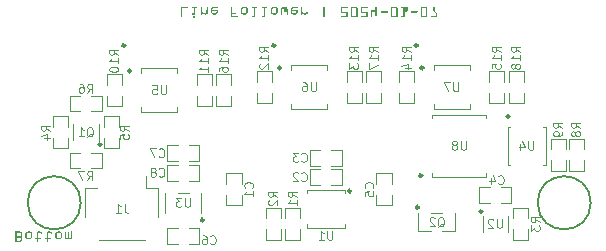
<source format=gbr>
%TF.GenerationSoftware,KiCad,Pcbnew,7.0.8*%
%TF.CreationDate,2024-01-07T14:56:32-05:00*%
%TF.ProjectId,lineFollowerArray,6c696e65-466f-46c6-9c6f-776572417272,01*%
%TF.SameCoordinates,Original*%
%TF.FileFunction,Legend,Bot*%
%TF.FilePolarity,Positive*%
%FSLAX46Y46*%
G04 Gerber Fmt 4.6, Leading zero omitted, Abs format (unit mm)*
G04 Created by KiCad (PCBNEW 7.0.8) date 2024-01-07 14:56:32*
%MOMM*%
%LPD*%
G01*
G04 APERTURE LIST*
%ADD10C,0.150000*%
%ADD11C,0.120000*%
%ADD12C,0.250000*%
G04 APERTURE END LIST*
D10*
G36*
X128856106Y-97706000D02*
G01*
X128856106Y-98555232D01*
X128856924Y-98565091D01*
X128859863Y-98575643D01*
X128864938Y-98585432D01*
X128871132Y-98593371D01*
X128873203Y-98595532D01*
X128881070Y-98602194D01*
X128889498Y-98607219D01*
X128899818Y-98610959D01*
X128910870Y-98612562D01*
X128913747Y-98612629D01*
X128923701Y-98611799D01*
X128934334Y-98608819D01*
X128944172Y-98603670D01*
X128952130Y-98597388D01*
X128954291Y-98595288D01*
X128961048Y-98587516D01*
X128966146Y-98579159D01*
X128969939Y-98568893D01*
X128971565Y-98557864D01*
X128971633Y-98554988D01*
X128971633Y-97815420D01*
X129379518Y-97815420D01*
X129389770Y-97814649D01*
X129399367Y-97812335D01*
X129409533Y-97807801D01*
X129417728Y-97802181D01*
X129421040Y-97799300D01*
X129427892Y-97792027D01*
X129433662Y-97782914D01*
X129437234Y-97772946D01*
X129438608Y-97762123D01*
X129438625Y-97760710D01*
X129437526Y-97749765D01*
X129434229Y-97739644D01*
X129428733Y-97730347D01*
X129422121Y-97722889D01*
X129421040Y-97721875D01*
X129413126Y-97715689D01*
X129403279Y-97710480D01*
X129392579Y-97707255D01*
X129382514Y-97706062D01*
X129379518Y-97706000D01*
X128856106Y-97706000D01*
G37*
G36*
X129931996Y-98675155D02*
G01*
X129992568Y-98675155D01*
X130002701Y-98674314D01*
X130012156Y-98671789D01*
X130022132Y-98666843D01*
X130030134Y-98660712D01*
X130033356Y-98657570D01*
X130039923Y-98649632D01*
X130044877Y-98640994D01*
X130048218Y-98631654D01*
X130049946Y-98621613D01*
X130050209Y-98615560D01*
X130050209Y-98564269D01*
X130049403Y-98553697D01*
X130046983Y-98543779D01*
X130042951Y-98534516D01*
X130037306Y-98525907D01*
X130033356Y-98521282D01*
X130025644Y-98514240D01*
X130017254Y-98508927D01*
X130006836Y-98504973D01*
X129996994Y-98503367D01*
X129992568Y-98503208D01*
X129930530Y-98503208D01*
X129920112Y-98504085D01*
X129910441Y-98506714D01*
X129901519Y-98511097D01*
X129893344Y-98517233D01*
X129889009Y-98521526D01*
X129882561Y-98529846D01*
X129877749Y-98538563D01*
X129874253Y-98549012D01*
X129872895Y-98559980D01*
X129872889Y-98562803D01*
X129874354Y-98615560D01*
X129875161Y-98626002D01*
X129877580Y-98635742D01*
X129881612Y-98644782D01*
X129887257Y-98653120D01*
X129891207Y-98657570D01*
X129898919Y-98664422D01*
X129907309Y-98669591D01*
X129917727Y-98673438D01*
X129927570Y-98675001D01*
X129931996Y-98675155D01*
G37*
G36*
X130166957Y-97706000D02*
G01*
X129815247Y-97706000D01*
X129805115Y-97706759D01*
X129794364Y-97709488D01*
X129784499Y-97714201D01*
X129776593Y-97719953D01*
X129774459Y-97721875D01*
X129767892Y-97729243D01*
X129762362Y-97738437D01*
X129758939Y-97748455D01*
X129757623Y-97759297D01*
X129757606Y-97760710D01*
X129758659Y-97771441D01*
X129761819Y-97781409D01*
X129767086Y-97790614D01*
X129774459Y-97799056D01*
X129782171Y-97805432D01*
X129791815Y-97810802D01*
X129802344Y-97814126D01*
X129812283Y-97815356D01*
X129815247Y-97815420D01*
X129933461Y-97815420D01*
X129933461Y-98253103D01*
X129816469Y-98253103D01*
X129806336Y-98253875D01*
X129795585Y-98256645D01*
X129785720Y-98261431D01*
X129777814Y-98267271D01*
X129775680Y-98269224D01*
X129769114Y-98276545D01*
X129763584Y-98285570D01*
X129760160Y-98295298D01*
X129758844Y-98305728D01*
X129758827Y-98307081D01*
X129759881Y-98318042D01*
X129763041Y-98328208D01*
X129768307Y-98337581D01*
X129774643Y-98345131D01*
X129775680Y-98346160D01*
X129783392Y-98352536D01*
X129793036Y-98357906D01*
X129803565Y-98361230D01*
X129813504Y-98362460D01*
X129816469Y-98362524D01*
X129992568Y-98362524D01*
X130002701Y-98361683D01*
X130012156Y-98359158D01*
X130022132Y-98354212D01*
X130030134Y-98348082D01*
X130033356Y-98344939D01*
X130039923Y-98337025D01*
X130044877Y-98328456D01*
X130048218Y-98319233D01*
X130049946Y-98309356D01*
X130050209Y-98303418D01*
X130050209Y-97815420D01*
X130165492Y-97815420D01*
X130175743Y-97814649D01*
X130185340Y-97812335D01*
X130195507Y-97807801D01*
X130203701Y-97802181D01*
X130207013Y-97799300D01*
X130213865Y-97792027D01*
X130219635Y-97782914D01*
X130223207Y-97772946D01*
X130224581Y-97762123D01*
X130224599Y-97760710D01*
X130223515Y-97749765D01*
X130220263Y-97739644D01*
X130214844Y-97730347D01*
X130208324Y-97722889D01*
X130207257Y-97721875D01*
X130199485Y-97715689D01*
X130189887Y-97710480D01*
X130179526Y-97707255D01*
X130168401Y-97706015D01*
X130166957Y-97706000D01*
G37*
G36*
X130819086Y-98237716D02*
G01*
X130661793Y-98159314D01*
X130661793Y-97767304D01*
X130660963Y-97756721D01*
X130658474Y-97746768D01*
X130654325Y-97737446D01*
X130648516Y-97728756D01*
X130644452Y-97724073D01*
X130636668Y-97717031D01*
X130628277Y-97711718D01*
X130617942Y-97707765D01*
X130608248Y-97706158D01*
X130603908Y-97706000D01*
X130594037Y-97706806D01*
X130583443Y-97709702D01*
X130573581Y-97714706D01*
X130565554Y-97720811D01*
X130563363Y-97722852D01*
X130556702Y-97730613D01*
X130551092Y-97740169D01*
X130547619Y-97750457D01*
X130546283Y-97761479D01*
X130546266Y-97762908D01*
X130546266Y-98304150D01*
X130547073Y-98314211D01*
X130549969Y-98324966D01*
X130554972Y-98334926D01*
X130561078Y-98342991D01*
X130563119Y-98345183D01*
X130570831Y-98351940D01*
X130579221Y-98357037D01*
X130589639Y-98360831D01*
X130599482Y-98362372D01*
X130603908Y-98362524D01*
X130613862Y-98361718D01*
X130624494Y-98358821D01*
X130634333Y-98353818D01*
X130642290Y-98347712D01*
X130644452Y-98345672D01*
X130651209Y-98337995D01*
X130656899Y-98328477D01*
X130660421Y-98318165D01*
X130661776Y-98307060D01*
X130661793Y-98305616D01*
X130661793Y-98268735D01*
X130766818Y-98330040D01*
X130776873Y-98335845D01*
X130787165Y-98341080D01*
X130797693Y-98345743D01*
X130808457Y-98349835D01*
X130819457Y-98353356D01*
X130830694Y-98356307D01*
X130842166Y-98358686D01*
X130853875Y-98360494D01*
X130865820Y-98361731D01*
X130878001Y-98362397D01*
X130886252Y-98362524D01*
X130939986Y-98362524D01*
X130952691Y-98362099D01*
X130965070Y-98360824D01*
X130977123Y-98358699D01*
X130988850Y-98355724D01*
X131000250Y-98351898D01*
X131011324Y-98347223D01*
X131022071Y-98341697D01*
X131032493Y-98335322D01*
X131042588Y-98328096D01*
X131052357Y-98320020D01*
X131058688Y-98314164D01*
X131067703Y-98304945D01*
X131075881Y-98295331D01*
X131083222Y-98285322D01*
X131089726Y-98274917D01*
X131095392Y-98264118D01*
X131100222Y-98252924D01*
X131104214Y-98241335D01*
X131107368Y-98229351D01*
X131109686Y-98216972D01*
X131111167Y-98204198D01*
X131111689Y-98195462D01*
X131127564Y-97762908D01*
X131126937Y-97753144D01*
X131124158Y-97742672D01*
X131119182Y-97732933D01*
X131113024Y-97725012D01*
X131110956Y-97722852D01*
X131103137Y-97716286D01*
X131094640Y-97711332D01*
X131084100Y-97707645D01*
X131074150Y-97706148D01*
X131069679Y-97706000D01*
X131058764Y-97706961D01*
X131048491Y-97709846D01*
X131038858Y-97714655D01*
X131030956Y-97720440D01*
X131029867Y-97721387D01*
X131023170Y-97728656D01*
X131018040Y-97737001D01*
X131014475Y-97746421D01*
X131012476Y-97756917D01*
X131012037Y-97763397D01*
X130994940Y-98192775D01*
X130994052Y-98203557D01*
X130992121Y-98213278D01*
X130987923Y-98224589D01*
X130981871Y-98234015D01*
X130973963Y-98241556D01*
X130964201Y-98247212D01*
X130952584Y-98250983D01*
X130942655Y-98252573D01*
X130931682Y-98253103D01*
X130875506Y-98253103D01*
X130865559Y-98252563D01*
X130855321Y-98250940D01*
X130844791Y-98248235D01*
X130833969Y-98244448D01*
X130824728Y-98240466D01*
X130819086Y-98237716D01*
G37*
G36*
X131916418Y-97706015D02*
G01*
X131927355Y-97707275D01*
X131937621Y-97710549D01*
X131947215Y-97715838D01*
X131955059Y-97722120D01*
X131956141Y-97723148D01*
X131962753Y-97730668D01*
X131968248Y-97739949D01*
X131971545Y-97749963D01*
X131972645Y-97760710D01*
X131972628Y-97762123D01*
X131971273Y-97772946D01*
X131967750Y-97782914D01*
X131962060Y-97792027D01*
X131955303Y-97799300D01*
X131953142Y-97801252D01*
X131945203Y-97807093D01*
X131935414Y-97811878D01*
X131924862Y-97814649D01*
X131915003Y-97815420D01*
X131618248Y-97815420D01*
X131613556Y-97815618D01*
X131602439Y-97817615D01*
X131592725Y-97821038D01*
X131582839Y-97826041D01*
X131574469Y-97831417D01*
X131565980Y-97837891D01*
X131532275Y-97867688D01*
X131527735Y-97871848D01*
X131521162Y-97879152D01*
X131514911Y-97888532D01*
X131510446Y-97898581D01*
X131507766Y-97909300D01*
X131506873Y-97920689D01*
X131506873Y-97956104D01*
X131915003Y-97956104D01*
X131917880Y-97956170D01*
X131927572Y-97957437D01*
X131937933Y-97960860D01*
X131947531Y-97966390D01*
X131955303Y-97972957D01*
X131957403Y-97975087D01*
X131963686Y-97982920D01*
X131968834Y-97992586D01*
X131971815Y-98003016D01*
X131972645Y-98012769D01*
X131972645Y-98149545D01*
X131972462Y-98159583D01*
X131971506Y-98174048D01*
X131969729Y-98187799D01*
X131967132Y-98200838D01*
X131963715Y-98213164D01*
X131959479Y-98224778D01*
X131954422Y-98235678D01*
X131948545Y-98245866D01*
X131941848Y-98255342D01*
X131934331Y-98264104D01*
X131925994Y-98272154D01*
X131882763Y-98312699D01*
X131875929Y-98318732D01*
X131865582Y-98327053D01*
X131855118Y-98334497D01*
X131844538Y-98341066D01*
X131833843Y-98346759D01*
X131823032Y-98351576D01*
X131812105Y-98355518D01*
X131801061Y-98358583D01*
X131789902Y-98360773D01*
X131778627Y-98362086D01*
X131767236Y-98362524D01*
X131605059Y-98362524D01*
X131597894Y-98362375D01*
X131587297Y-98361594D01*
X131576880Y-98360143D01*
X131566643Y-98358022D01*
X131556586Y-98355231D01*
X131546710Y-98351771D01*
X131537015Y-98347641D01*
X131527499Y-98342841D01*
X131518164Y-98337371D01*
X131509009Y-98331232D01*
X131500035Y-98324422D01*
X131451919Y-98287053D01*
X131445347Y-98281478D01*
X131437540Y-98273768D01*
X131430187Y-98265235D01*
X131423287Y-98255879D01*
X131416839Y-98245700D01*
X131412008Y-98236964D01*
X131407467Y-98227702D01*
X131404368Y-98220698D01*
X131399880Y-98209644D01*
X131396239Y-98199365D01*
X131392987Y-98188053D01*
X131390955Y-98177858D01*
X131390125Y-98167374D01*
X131390125Y-98065525D01*
X131508095Y-98065525D01*
X131508095Y-98158337D01*
X131508893Y-98168593D01*
X131511843Y-98179624D01*
X131516968Y-98189650D01*
X131523090Y-98197444D01*
X131530809Y-98204499D01*
X131564515Y-98233808D01*
X131565893Y-98234995D01*
X131574354Y-98241327D01*
X131583141Y-98246301D01*
X131592254Y-98249919D01*
X131603299Y-98252425D01*
X131613119Y-98253103D01*
X131758199Y-98253103D01*
X131768916Y-98251714D01*
X131778843Y-98248220D01*
X131787762Y-98243531D01*
X131797058Y-98237280D01*
X131805094Y-98230877D01*
X131838555Y-98200347D01*
X131842134Y-98196867D01*
X131848237Y-98189081D01*
X131852931Y-98180197D01*
X131856217Y-98170214D01*
X131858094Y-98159131D01*
X131858583Y-98149056D01*
X131858583Y-98065525D01*
X131508095Y-98065525D01*
X131390125Y-98065525D01*
X131390125Y-97905302D01*
X131390692Y-97894397D01*
X131392392Y-97883114D01*
X131394675Y-97873423D01*
X131397745Y-97863469D01*
X131401601Y-97853254D01*
X131406245Y-97842775D01*
X131407261Y-97840668D01*
X131412574Y-97830568D01*
X131418280Y-97821196D01*
X131424380Y-97812550D01*
X131430874Y-97804633D01*
X131437761Y-97797443D01*
X131446545Y-97789775D01*
X131498081Y-97744834D01*
X131501166Y-97742278D01*
X131509568Y-97736381D01*
X131518109Y-97731401D01*
X131527886Y-97726489D01*
X131536978Y-97722449D01*
X131546929Y-97718456D01*
X131549018Y-97717690D01*
X131559366Y-97714223D01*
X131569559Y-97711364D01*
X131579597Y-97709114D01*
X131589480Y-97707471D01*
X131599208Y-97706437D01*
X131610677Y-97706000D01*
X131915003Y-97706000D01*
X131916418Y-97706015D01*
G37*
G36*
X133081507Y-97763397D02*
G01*
X133081507Y-98612629D01*
X133605164Y-98612629D01*
X133616185Y-98611621D01*
X133626535Y-98608599D01*
X133636213Y-98603561D01*
X133644131Y-98597501D01*
X133645220Y-98596509D01*
X133652072Y-98589188D01*
X133657842Y-98580162D01*
X133661414Y-98570434D01*
X133662788Y-98560004D01*
X133662805Y-98558651D01*
X133661721Y-98547691D01*
X133658470Y-98537524D01*
X133653051Y-98528151D01*
X133646531Y-98520601D01*
X133645464Y-98519572D01*
X133637692Y-98513196D01*
X133628094Y-98507827D01*
X133617732Y-98504503D01*
X133608040Y-98503272D01*
X133605164Y-98503208D01*
X133197034Y-98503208D01*
X133197034Y-98315630D01*
X133489637Y-98315630D01*
X133499770Y-98314858D01*
X133510520Y-98312088D01*
X133520385Y-98307302D01*
X133528291Y-98301462D01*
X133530425Y-98299510D01*
X133536992Y-98292237D01*
X133542522Y-98283123D01*
X133545945Y-98273155D01*
X133547262Y-98262332D01*
X133547278Y-98260919D01*
X133546225Y-98249974D01*
X133543065Y-98239853D01*
X133537799Y-98230557D01*
X133531462Y-98223099D01*
X133530425Y-98222085D01*
X133522713Y-98215899D01*
X133513070Y-98210689D01*
X133502540Y-98207465D01*
X133492601Y-98206271D01*
X133489637Y-98206209D01*
X133197034Y-98206209D01*
X133197034Y-97763885D01*
X133196228Y-97753657D01*
X133193808Y-97744130D01*
X133189068Y-97734101D01*
X133183193Y-97726077D01*
X133180181Y-97722852D01*
X133172458Y-97716286D01*
X133164033Y-97711332D01*
X133153545Y-97707645D01*
X133143618Y-97706148D01*
X133139148Y-97706000D01*
X133129015Y-97706794D01*
X133118265Y-97709649D01*
X133108400Y-97714579D01*
X133100494Y-97720597D01*
X133098360Y-97722608D01*
X133091793Y-97730320D01*
X133086263Y-97739964D01*
X133082840Y-97750493D01*
X133081573Y-97760432D01*
X133081507Y-97763397D01*
G37*
G36*
X134293605Y-97706254D02*
G01*
X134308073Y-97707592D01*
X134322459Y-97710075D01*
X134332005Y-97712368D01*
X134341514Y-97715170D01*
X134350987Y-97718482D01*
X134360424Y-97722303D01*
X134369824Y-97726633D01*
X134379188Y-97731473D01*
X134388516Y-97736823D01*
X134397808Y-97742682D01*
X134407064Y-97749050D01*
X134416283Y-97755928D01*
X134425466Y-97763315D01*
X134434612Y-97771212D01*
X134443485Y-97779439D01*
X134451786Y-97787756D01*
X134459514Y-97796162D01*
X134466669Y-97804658D01*
X134473252Y-97813244D01*
X134479263Y-97821919D01*
X134484701Y-97830685D01*
X134489567Y-97839539D01*
X134493860Y-97848484D01*
X134497581Y-97857518D01*
X134502089Y-97871237D01*
X134505309Y-97885158D01*
X134507241Y-97899281D01*
X134507885Y-97913606D01*
X134507885Y-98154918D01*
X134507241Y-98169502D01*
X134505309Y-98183855D01*
X134502089Y-98197976D01*
X134497581Y-98211865D01*
X134493860Y-98220995D01*
X134489567Y-98230023D01*
X134484701Y-98238947D01*
X134479263Y-98247768D01*
X134473252Y-98256487D01*
X134466669Y-98265102D01*
X134459514Y-98273614D01*
X134451786Y-98282023D01*
X134443485Y-98290330D01*
X134434612Y-98298533D01*
X134430044Y-98302544D01*
X134420879Y-98310176D01*
X134411678Y-98317290D01*
X134402440Y-98323884D01*
X134393167Y-98329960D01*
X134383857Y-98335516D01*
X134374511Y-98340554D01*
X134365128Y-98345072D01*
X134355710Y-98349072D01*
X134346255Y-98352552D01*
X134336764Y-98355514D01*
X134327236Y-98357956D01*
X134312877Y-98360647D01*
X134298437Y-98362169D01*
X134283915Y-98362524D01*
X134148604Y-98362524D01*
X134138361Y-98362265D01*
X134128210Y-98361486D01*
X134118150Y-98360189D01*
X134108182Y-98358372D01*
X134098305Y-98356037D01*
X134088520Y-98353182D01*
X134078827Y-98349808D01*
X134069225Y-98345916D01*
X134059715Y-98341504D01*
X134050296Y-98336573D01*
X134040969Y-98331124D01*
X134031734Y-98325155D01*
X134022590Y-98318667D01*
X134013538Y-98311661D01*
X134004577Y-98304135D01*
X133995708Y-98296090D01*
X133991380Y-98291945D01*
X133983137Y-98283602D01*
X133975444Y-98275191D01*
X133968299Y-98266711D01*
X133961705Y-98258163D01*
X133955660Y-98249546D01*
X133950164Y-98240860D01*
X133945218Y-98232105D01*
X133940822Y-98223282D01*
X133935258Y-98209918D01*
X133930930Y-98196400D01*
X133927839Y-98182727D01*
X133925984Y-98168900D01*
X133925366Y-98154918D01*
X133925366Y-98152964D01*
X134042114Y-98152964D01*
X134042135Y-98154770D01*
X134043131Y-98165154D01*
X134045621Y-98174765D01*
X134050415Y-98185002D01*
X134056142Y-98192939D01*
X134063363Y-98200103D01*
X134102442Y-98234297D01*
X134109588Y-98239715D01*
X134119297Y-98245004D01*
X134130242Y-98248971D01*
X134140307Y-98251267D01*
X134151232Y-98252644D01*
X134163014Y-98253103D01*
X134282449Y-98253103D01*
X134292550Y-98252494D01*
X134302153Y-98250665D01*
X134312726Y-98246990D01*
X134322622Y-98241656D01*
X134330565Y-98235762D01*
X134371109Y-98203034D01*
X134374907Y-98199759D01*
X134381381Y-98192242D01*
X134386361Y-98183438D01*
X134389848Y-98173346D01*
X134391840Y-98161966D01*
X134392358Y-98151498D01*
X134392358Y-97914827D01*
X134391611Y-97904117D01*
X134389370Y-97894334D01*
X134384867Y-97884092D01*
X134378331Y-97875113D01*
X134371109Y-97868421D01*
X134335938Y-97836914D01*
X134332924Y-97834311D01*
X134323619Y-97827510D01*
X134313919Y-97822221D01*
X134303824Y-97818443D01*
X134293334Y-97816176D01*
X134282449Y-97815420D01*
X134148604Y-97815420D01*
X134146982Y-97815432D01*
X134136270Y-97816199D01*
X134126679Y-97818157D01*
X134117093Y-97821855D01*
X134108060Y-97827877D01*
X134064829Y-97865490D01*
X134062078Y-97867892D01*
X134054891Y-97875718D01*
X134049301Y-97884470D01*
X134045308Y-97894150D01*
X134042913Y-97904758D01*
X134042114Y-97916293D01*
X134042114Y-98152964D01*
X133925366Y-98152964D01*
X133925366Y-97913606D01*
X133925648Y-97904266D01*
X133927125Y-97890383D01*
X133929869Y-97876649D01*
X133933880Y-97863066D01*
X133939157Y-97849632D01*
X133943379Y-97840760D01*
X133948164Y-97831955D01*
X133953511Y-97823217D01*
X133959422Y-97814545D01*
X133965895Y-97805941D01*
X133972931Y-97797403D01*
X133980531Y-97788931D01*
X133988693Y-97780527D01*
X133997418Y-97772189D01*
X134006481Y-97764174D01*
X134015595Y-97756676D01*
X134024761Y-97749695D01*
X134033978Y-97743231D01*
X134043247Y-97737285D01*
X134052567Y-97731855D01*
X134061939Y-97726942D01*
X134071362Y-97722547D01*
X134080837Y-97718669D01*
X134090364Y-97715307D01*
X134099942Y-97712463D01*
X134109571Y-97710136D01*
X134119252Y-97708326D01*
X134128985Y-97707034D01*
X134138769Y-97706258D01*
X134148604Y-97706000D01*
X134283915Y-97706000D01*
X134293605Y-97706254D01*
G37*
G36*
X135237439Y-97706000D02*
G01*
X134888416Y-97706000D01*
X134878283Y-97706783D01*
X134867532Y-97709595D01*
X134857667Y-97714453D01*
X134849761Y-97720382D01*
X134847627Y-97722364D01*
X134841060Y-97729827D01*
X134835531Y-97739101D01*
X134832107Y-97749168D01*
X134830791Y-97760029D01*
X134830774Y-97761443D01*
X134831828Y-97771960D01*
X134834988Y-97781776D01*
X134840254Y-97790889D01*
X134847627Y-97799300D01*
X134855339Y-97805581D01*
X134864983Y-97810871D01*
X134875512Y-97814145D01*
X134885451Y-97815357D01*
X134888416Y-97815420D01*
X135003943Y-97815420D01*
X135003943Y-98503208D01*
X134886950Y-98503208D01*
X134876817Y-98503968D01*
X134866067Y-98506696D01*
X134856202Y-98511410D01*
X134848296Y-98517161D01*
X134846162Y-98519084D01*
X134839595Y-98526452D01*
X134834065Y-98535645D01*
X134830642Y-98545663D01*
X134829325Y-98556505D01*
X134829309Y-98557919D01*
X134830362Y-98568848D01*
X134833522Y-98578923D01*
X134838789Y-98588144D01*
X134846162Y-98596509D01*
X134853874Y-98602790D01*
X134863517Y-98608079D01*
X134874047Y-98611354D01*
X134883986Y-98612566D01*
X134886950Y-98612629D01*
X135063049Y-98612629D01*
X135072908Y-98611799D01*
X135083461Y-98608819D01*
X135093249Y-98603670D01*
X135101188Y-98597388D01*
X135103349Y-98595288D01*
X135110106Y-98587504D01*
X135115204Y-98579112D01*
X135118997Y-98568778D01*
X135120538Y-98559084D01*
X135120691Y-98554743D01*
X135120691Y-97815420D01*
X135237439Y-97815420D01*
X135247298Y-97814649D01*
X135257850Y-97811878D01*
X135267639Y-97807093D01*
X135275578Y-97801252D01*
X135277739Y-97799300D01*
X135284496Y-97791979D01*
X135290186Y-97782953D01*
X135293708Y-97773226D01*
X135295063Y-97762796D01*
X135295080Y-97761443D01*
X135294027Y-97750482D01*
X135290867Y-97740316D01*
X135285600Y-97730943D01*
X135279264Y-97723393D01*
X135278227Y-97722364D01*
X135270515Y-97715987D01*
X135260871Y-97710618D01*
X135250342Y-97707294D01*
X135240403Y-97706063D01*
X135237439Y-97706000D01*
G37*
G36*
X136082519Y-97706000D02*
G01*
X135733496Y-97706000D01*
X135723363Y-97706783D01*
X135712612Y-97709595D01*
X135702747Y-97714453D01*
X135694842Y-97720382D01*
X135692707Y-97722364D01*
X135686141Y-97729827D01*
X135680611Y-97739101D01*
X135677188Y-97749168D01*
X135675871Y-97760029D01*
X135675855Y-97761443D01*
X135676908Y-97771960D01*
X135680068Y-97781776D01*
X135685334Y-97790889D01*
X135692707Y-97799300D01*
X135700419Y-97805581D01*
X135710063Y-97810871D01*
X135720592Y-97814145D01*
X135730532Y-97815357D01*
X135733496Y-97815420D01*
X135849023Y-97815420D01*
X135849023Y-98503208D01*
X135732030Y-98503208D01*
X135721897Y-98503968D01*
X135711147Y-98506696D01*
X135701282Y-98511410D01*
X135693376Y-98517161D01*
X135691242Y-98519084D01*
X135684675Y-98526452D01*
X135679145Y-98535645D01*
X135675722Y-98545663D01*
X135674406Y-98556505D01*
X135674389Y-98557919D01*
X135675442Y-98568848D01*
X135678602Y-98578923D01*
X135683869Y-98588144D01*
X135691242Y-98596509D01*
X135698954Y-98602790D01*
X135708598Y-98608079D01*
X135719127Y-98611354D01*
X135729066Y-98612566D01*
X135732030Y-98612629D01*
X135908130Y-98612629D01*
X135917989Y-98611799D01*
X135928541Y-98608819D01*
X135938330Y-98603670D01*
X135946269Y-98597388D01*
X135948430Y-98595288D01*
X135955187Y-98587504D01*
X135960284Y-98579112D01*
X135964077Y-98568778D01*
X135965618Y-98559084D01*
X135965771Y-98554743D01*
X135965771Y-97815420D01*
X136082519Y-97815420D01*
X136092378Y-97814649D01*
X136102930Y-97811878D01*
X136112719Y-97807093D01*
X136120658Y-97801252D01*
X136122819Y-97799300D01*
X136129576Y-97791979D01*
X136135266Y-97782953D01*
X136138789Y-97773226D01*
X136140143Y-97762796D01*
X136140160Y-97761443D01*
X136139107Y-97750482D01*
X136135947Y-97740316D01*
X136130681Y-97730943D01*
X136124344Y-97723393D01*
X136123308Y-97722364D01*
X136115595Y-97715987D01*
X136105952Y-97710618D01*
X136095423Y-97707294D01*
X136085483Y-97706063D01*
X136082519Y-97706000D01*
G37*
G36*
X136828846Y-97706254D02*
G01*
X136843314Y-97707592D01*
X136857700Y-97710075D01*
X136867245Y-97712368D01*
X136876755Y-97715170D01*
X136886228Y-97718482D01*
X136895664Y-97722303D01*
X136905065Y-97726633D01*
X136914429Y-97731473D01*
X136923757Y-97736823D01*
X136933049Y-97742682D01*
X136942304Y-97749050D01*
X136951524Y-97755928D01*
X136960707Y-97763315D01*
X136969853Y-97771212D01*
X136978726Y-97779439D01*
X136987027Y-97787756D01*
X136994755Y-97796162D01*
X137001910Y-97804658D01*
X137008493Y-97813244D01*
X137014504Y-97821919D01*
X137019942Y-97830685D01*
X137024808Y-97839539D01*
X137029101Y-97848484D01*
X137032822Y-97857518D01*
X137037330Y-97871237D01*
X137040550Y-97885158D01*
X137042482Y-97899281D01*
X137043126Y-97913606D01*
X137043126Y-98154918D01*
X137042482Y-98169502D01*
X137040550Y-98183855D01*
X137037330Y-98197976D01*
X137032822Y-98211865D01*
X137029101Y-98220995D01*
X137024808Y-98230023D01*
X137019942Y-98238947D01*
X137014504Y-98247768D01*
X137008493Y-98256487D01*
X137001910Y-98265102D01*
X136994755Y-98273614D01*
X136987027Y-98282023D01*
X136978726Y-98290330D01*
X136969853Y-98298533D01*
X136965284Y-98302544D01*
X136956120Y-98310176D01*
X136946918Y-98317290D01*
X136937681Y-98323884D01*
X136928408Y-98329960D01*
X136919098Y-98335516D01*
X136909752Y-98340554D01*
X136900369Y-98345072D01*
X136890951Y-98349072D01*
X136881496Y-98352552D01*
X136872005Y-98355514D01*
X136862477Y-98357956D01*
X136848118Y-98360647D01*
X136833678Y-98362169D01*
X136819155Y-98362524D01*
X136683845Y-98362524D01*
X136673602Y-98362265D01*
X136663451Y-98361486D01*
X136653391Y-98360189D01*
X136643423Y-98358372D01*
X136633546Y-98356037D01*
X136623761Y-98353182D01*
X136614068Y-98349808D01*
X136604466Y-98345916D01*
X136594956Y-98341504D01*
X136585537Y-98336573D01*
X136576210Y-98331124D01*
X136566975Y-98325155D01*
X136557831Y-98318667D01*
X136548779Y-98311661D01*
X136539818Y-98304135D01*
X136530949Y-98296090D01*
X136526621Y-98291945D01*
X136518378Y-98283602D01*
X136510684Y-98275191D01*
X136503540Y-98266711D01*
X136496946Y-98258163D01*
X136490901Y-98249546D01*
X136485405Y-98240860D01*
X136480459Y-98232105D01*
X136476063Y-98223282D01*
X136470499Y-98209918D01*
X136466171Y-98196400D01*
X136463080Y-98182727D01*
X136461225Y-98168900D01*
X136460607Y-98154918D01*
X136460607Y-98152964D01*
X136577355Y-98152964D01*
X136577376Y-98154770D01*
X136578372Y-98165154D01*
X136580862Y-98174765D01*
X136585655Y-98185002D01*
X136591383Y-98192939D01*
X136598604Y-98200103D01*
X136637683Y-98234297D01*
X136644829Y-98239715D01*
X136654538Y-98245004D01*
X136665483Y-98248971D01*
X136675548Y-98251267D01*
X136686472Y-98252644D01*
X136698255Y-98253103D01*
X136817690Y-98253103D01*
X136827791Y-98252494D01*
X136837393Y-98250665D01*
X136847967Y-98246990D01*
X136857863Y-98241656D01*
X136865806Y-98235762D01*
X136906350Y-98203034D01*
X136910148Y-98199759D01*
X136916622Y-98192242D01*
X136921602Y-98183438D01*
X136925088Y-98173346D01*
X136927080Y-98161966D01*
X136927599Y-98151498D01*
X136927599Y-97914827D01*
X136926852Y-97904117D01*
X136924611Y-97894334D01*
X136920108Y-97884092D01*
X136913571Y-97875113D01*
X136906350Y-97868421D01*
X136871179Y-97836914D01*
X136868165Y-97834311D01*
X136858860Y-97827510D01*
X136849160Y-97822221D01*
X136839065Y-97818443D01*
X136828575Y-97816176D01*
X136817690Y-97815420D01*
X136683845Y-97815420D01*
X136682223Y-97815432D01*
X136671511Y-97816199D01*
X136661920Y-97818157D01*
X136652334Y-97821855D01*
X136643301Y-97827877D01*
X136600070Y-97865490D01*
X136597319Y-97867892D01*
X136590132Y-97875718D01*
X136584542Y-97884470D01*
X136580549Y-97894150D01*
X136578154Y-97904758D01*
X136577355Y-97916293D01*
X136577355Y-98152964D01*
X136460607Y-98152964D01*
X136460607Y-97913606D01*
X136460888Y-97904266D01*
X136462366Y-97890383D01*
X136465110Y-97876649D01*
X136469121Y-97863066D01*
X136474398Y-97849632D01*
X136478620Y-97840760D01*
X136483404Y-97831955D01*
X136488752Y-97823217D01*
X136494663Y-97814545D01*
X136501136Y-97805941D01*
X136508172Y-97797403D01*
X136515771Y-97788931D01*
X136523934Y-97780527D01*
X136532659Y-97772189D01*
X136541721Y-97764174D01*
X136550836Y-97756676D01*
X136560001Y-97749695D01*
X136569219Y-97743231D01*
X136578487Y-97737285D01*
X136587808Y-97731855D01*
X136597180Y-97726942D01*
X136606603Y-97722547D01*
X136616078Y-97718669D01*
X136625604Y-97715307D01*
X136635182Y-97712463D01*
X136644812Y-97710136D01*
X136654493Y-97708326D01*
X136664225Y-97707034D01*
X136674009Y-97706258D01*
X136683845Y-97706000D01*
X136819155Y-97706000D01*
X136828846Y-97706254D01*
G37*
G36*
X137655199Y-98114862D02*
G01*
X137655199Y-97971491D01*
X137732135Y-97846683D01*
X137771947Y-97978086D01*
X137784403Y-98306348D01*
X137786082Y-98317324D01*
X137789654Y-98327536D01*
X137795119Y-98336986D01*
X137801454Y-98344628D01*
X137802477Y-98345672D01*
X137810131Y-98352238D01*
X137819565Y-98357768D01*
X137829731Y-98361191D01*
X137840630Y-98362508D01*
X137842044Y-98362524D01*
X137852189Y-98361730D01*
X137861679Y-98359345D01*
X137871724Y-98354674D01*
X137879811Y-98348884D01*
X137883077Y-98345916D01*
X137889799Y-98338417D01*
X137895363Y-98329018D01*
X137898668Y-98318733D01*
X137899707Y-98309007D01*
X137899686Y-98306104D01*
X137887474Y-97955127D01*
X137825680Y-97751429D01*
X137822013Y-97740781D01*
X137817483Y-97731553D01*
X137810607Y-97722015D01*
X137802385Y-97714695D01*
X137792814Y-97709593D01*
X137781896Y-97706709D01*
X137772191Y-97706000D01*
X137710153Y-97706000D01*
X137700412Y-97706930D01*
X137689604Y-97710502D01*
X137679758Y-97716753D01*
X137672288Y-97724009D01*
X137665485Y-97733125D01*
X137660524Y-97741757D01*
X137659351Y-97744101D01*
X137596092Y-97846683D01*
X137533077Y-97746055D01*
X137527635Y-97736667D01*
X137521934Y-97728531D01*
X137514442Y-97720121D01*
X137506544Y-97713666D01*
X137496532Y-97708503D01*
X137485936Y-97706156D01*
X137482275Y-97706000D01*
X137421702Y-97706000D01*
X137411933Y-97706778D01*
X137401526Y-97709515D01*
X137391737Y-97714223D01*
X137385555Y-97718456D01*
X137378243Y-97725081D01*
X137371805Y-97733191D01*
X137367260Y-97741997D01*
X137365282Y-97748254D01*
X137304954Y-97960012D01*
X137291765Y-98306104D01*
X137292666Y-98316897D01*
X137295856Y-98327048D01*
X137301337Y-98336558D01*
X137308010Y-98344354D01*
X137309107Y-98345427D01*
X137317199Y-98352089D01*
X137325876Y-98357115D01*
X137335138Y-98360504D01*
X137344984Y-98362257D01*
X137350872Y-98362524D01*
X137361542Y-98361532D01*
X137371572Y-98358555D01*
X137380960Y-98353594D01*
X137389707Y-98346648D01*
X137396308Y-98339377D01*
X137401964Y-98330008D01*
X137405605Y-98319510D01*
X137407138Y-98309397D01*
X137407292Y-98306348D01*
X137420237Y-97976865D01*
X137458095Y-97846683D01*
X137538451Y-97974911D01*
X137538451Y-98114618D01*
X137539269Y-98125262D01*
X137541723Y-98135181D01*
X137545814Y-98144376D01*
X137551540Y-98152846D01*
X137555548Y-98157360D01*
X137563485Y-98164212D01*
X137572124Y-98169382D01*
X137581464Y-98172868D01*
X137591505Y-98174671D01*
X137597557Y-98174946D01*
X137607416Y-98174104D01*
X137617969Y-98171082D01*
X137627757Y-98165861D01*
X137635696Y-98159490D01*
X137637857Y-98157360D01*
X137644614Y-98149399D01*
X137649712Y-98140691D01*
X137653150Y-98131234D01*
X137654928Y-98121029D01*
X137655199Y-98114862D01*
G37*
G36*
X138677060Y-97706015D02*
G01*
X138687997Y-97707275D01*
X138698263Y-97710549D01*
X138707857Y-97715838D01*
X138715701Y-97722120D01*
X138716783Y-97723148D01*
X138723395Y-97730668D01*
X138728890Y-97739949D01*
X138732187Y-97749963D01*
X138733287Y-97760710D01*
X138733270Y-97762123D01*
X138731915Y-97772946D01*
X138728392Y-97782914D01*
X138722702Y-97792027D01*
X138715945Y-97799300D01*
X138713784Y-97801252D01*
X138705845Y-97807093D01*
X138696056Y-97811878D01*
X138685504Y-97814649D01*
X138675645Y-97815420D01*
X138378890Y-97815420D01*
X138374198Y-97815618D01*
X138363081Y-97817615D01*
X138353367Y-97821038D01*
X138343481Y-97826041D01*
X138335111Y-97831417D01*
X138326622Y-97837891D01*
X138292917Y-97867688D01*
X138288377Y-97871848D01*
X138281804Y-97879152D01*
X138275553Y-97888532D01*
X138271088Y-97898581D01*
X138268408Y-97909300D01*
X138267515Y-97920689D01*
X138267515Y-97956104D01*
X138675645Y-97956104D01*
X138678522Y-97956170D01*
X138688214Y-97957437D01*
X138698575Y-97960860D01*
X138708173Y-97966390D01*
X138715945Y-97972957D01*
X138718045Y-97975087D01*
X138724328Y-97982920D01*
X138729476Y-97992586D01*
X138732457Y-98003016D01*
X138733287Y-98012769D01*
X138733287Y-98149545D01*
X138733104Y-98159583D01*
X138732148Y-98174048D01*
X138730371Y-98187799D01*
X138727774Y-98200838D01*
X138724357Y-98213164D01*
X138720121Y-98224778D01*
X138715064Y-98235678D01*
X138709187Y-98245866D01*
X138702490Y-98255342D01*
X138694973Y-98264104D01*
X138686636Y-98272154D01*
X138643405Y-98312699D01*
X138636571Y-98318732D01*
X138626224Y-98327053D01*
X138615760Y-98334497D01*
X138605180Y-98341066D01*
X138594485Y-98346759D01*
X138583674Y-98351576D01*
X138572747Y-98355518D01*
X138561703Y-98358583D01*
X138550544Y-98360773D01*
X138539269Y-98362086D01*
X138527878Y-98362524D01*
X138365701Y-98362524D01*
X138358536Y-98362375D01*
X138347939Y-98361594D01*
X138337522Y-98360143D01*
X138327285Y-98358022D01*
X138317228Y-98355231D01*
X138307352Y-98351771D01*
X138297657Y-98347641D01*
X138288141Y-98342841D01*
X138278806Y-98337371D01*
X138269651Y-98331232D01*
X138260677Y-98324422D01*
X138212561Y-98287053D01*
X138205989Y-98281478D01*
X138198182Y-98273768D01*
X138190829Y-98265235D01*
X138183929Y-98255879D01*
X138177481Y-98245700D01*
X138172650Y-98236964D01*
X138168109Y-98227702D01*
X138165010Y-98220698D01*
X138160522Y-98209644D01*
X138156881Y-98199365D01*
X138153629Y-98188053D01*
X138151597Y-98177858D01*
X138150767Y-98167374D01*
X138150767Y-98065525D01*
X138268737Y-98065525D01*
X138268737Y-98158337D01*
X138269535Y-98168593D01*
X138272485Y-98179624D01*
X138277610Y-98189650D01*
X138283732Y-98197444D01*
X138291451Y-98204499D01*
X138325157Y-98233808D01*
X138326535Y-98234995D01*
X138334996Y-98241327D01*
X138343783Y-98246301D01*
X138352896Y-98249919D01*
X138363941Y-98252425D01*
X138373761Y-98253103D01*
X138518841Y-98253103D01*
X138529558Y-98251714D01*
X138539485Y-98248220D01*
X138548404Y-98243531D01*
X138557700Y-98237280D01*
X138565736Y-98230877D01*
X138599197Y-98200347D01*
X138602776Y-98196867D01*
X138608879Y-98189081D01*
X138613573Y-98180197D01*
X138616859Y-98170214D01*
X138618736Y-98159131D01*
X138619225Y-98149056D01*
X138619225Y-98065525D01*
X138268737Y-98065525D01*
X138150767Y-98065525D01*
X138150767Y-97905302D01*
X138151334Y-97894397D01*
X138153034Y-97883114D01*
X138155317Y-97873423D01*
X138158387Y-97863469D01*
X138162243Y-97853254D01*
X138166887Y-97842775D01*
X138167903Y-97840668D01*
X138173216Y-97830568D01*
X138178922Y-97821196D01*
X138185022Y-97812550D01*
X138191516Y-97804633D01*
X138198403Y-97797443D01*
X138207187Y-97789775D01*
X138258723Y-97744834D01*
X138261808Y-97742278D01*
X138270210Y-97736381D01*
X138278751Y-97731401D01*
X138288528Y-97726489D01*
X138297620Y-97722449D01*
X138307571Y-97718456D01*
X138309660Y-97717690D01*
X138320008Y-97714223D01*
X138330201Y-97711364D01*
X138340239Y-97709114D01*
X138350122Y-97707471D01*
X138359850Y-97706437D01*
X138371319Y-97706000D01*
X138675645Y-97706000D01*
X138677060Y-97706015D01*
G37*
G36*
X138997069Y-97762908D02*
G01*
X138997069Y-98304150D01*
X138997875Y-98314211D01*
X139000772Y-98324966D01*
X139005775Y-98334926D01*
X139011881Y-98342991D01*
X139013922Y-98345183D01*
X139021634Y-98351940D01*
X139030024Y-98357037D01*
X139040442Y-98360831D01*
X139050284Y-98362372D01*
X139054710Y-98362524D01*
X139064938Y-98361741D01*
X139074465Y-98359392D01*
X139084494Y-98354790D01*
X139092519Y-98349084D01*
X139095743Y-98346160D01*
X139102310Y-98338650D01*
X139107839Y-98329208D01*
X139111263Y-98318851D01*
X139112530Y-98309037D01*
X139112596Y-98306104D01*
X139112596Y-98237472D01*
X139206629Y-98314897D01*
X139217551Y-98323408D01*
X139228425Y-98331083D01*
X139239252Y-98337920D01*
X139250032Y-98343920D01*
X139260765Y-98349083D01*
X139271450Y-98353408D01*
X139282088Y-98356896D01*
X139292679Y-98359548D01*
X139303223Y-98361361D01*
X139313719Y-98362338D01*
X139320691Y-98362524D01*
X139405199Y-98362524D01*
X139418434Y-98362073D01*
X139431305Y-98360721D01*
X139443811Y-98358467D01*
X139455952Y-98355311D01*
X139467727Y-98351254D01*
X139479138Y-98346295D01*
X139490184Y-98340435D01*
X139500866Y-98333673D01*
X139511182Y-98326009D01*
X139521133Y-98317444D01*
X139527564Y-98311233D01*
X139536643Y-98301432D01*
X139544829Y-98291261D01*
X139552122Y-98280721D01*
X139558522Y-98269811D01*
X139564029Y-98258533D01*
X139568643Y-98246885D01*
X139572364Y-98234868D01*
X139575192Y-98222482D01*
X139577127Y-98209726D01*
X139578168Y-98196601D01*
X139578367Y-98187646D01*
X139578367Y-98156383D01*
X139577560Y-98145846D01*
X139575141Y-98136034D01*
X139571109Y-98126946D01*
X139565464Y-98118583D01*
X139561514Y-98114129D01*
X139553790Y-98107372D01*
X139545365Y-98102275D01*
X139534878Y-98098482D01*
X139524951Y-98096940D01*
X139520481Y-98096788D01*
X139510348Y-98097641D01*
X139500893Y-98100201D01*
X139490917Y-98105215D01*
X139482915Y-98111431D01*
X139479693Y-98114618D01*
X139473126Y-98122781D01*
X139468172Y-98131668D01*
X139464831Y-98141280D01*
X139463103Y-98151617D01*
X139462840Y-98157849D01*
X139462840Y-98192043D01*
X139462034Y-98202794D01*
X139459614Y-98212820D01*
X139455582Y-98222121D01*
X139449937Y-98230698D01*
X139445987Y-98235274D01*
X139438275Y-98242221D01*
X139429885Y-98247462D01*
X139419467Y-98251362D01*
X139409624Y-98252947D01*
X139405199Y-98253103D01*
X139330216Y-98253103D01*
X139319475Y-98251853D01*
X139309841Y-98248790D01*
X139299812Y-98243890D01*
X139291153Y-98238403D01*
X139282219Y-98231640D01*
X139276727Y-98226969D01*
X139112596Y-98081157D01*
X139112596Y-97762908D01*
X139111766Y-97752882D01*
X139108785Y-97742254D01*
X139103637Y-97732511D01*
X139097354Y-97724712D01*
X139095254Y-97722608D01*
X139087471Y-97716137D01*
X139077831Y-97710687D01*
X139067397Y-97707313D01*
X139057616Y-97706064D01*
X139054710Y-97706000D01*
X139044577Y-97706794D01*
X139033827Y-97709649D01*
X139023962Y-97714579D01*
X139016056Y-97720597D01*
X139013922Y-97722608D01*
X139007355Y-97730213D01*
X139001825Y-97739735D01*
X138998402Y-97750142D01*
X138997135Y-97759974D01*
X138997069Y-97762908D01*
G37*
G36*
X141029414Y-97764618D02*
G01*
X141028572Y-97754461D01*
X141026048Y-97744936D01*
X141021840Y-97736042D01*
X141015950Y-97727779D01*
X141011828Y-97723341D01*
X141003879Y-97716584D01*
X140995205Y-97711486D01*
X140985807Y-97708049D01*
X140975684Y-97706270D01*
X140969574Y-97706000D01*
X140959727Y-97706829D01*
X140949217Y-97709810D01*
X140939500Y-97714958D01*
X140931650Y-97721241D01*
X140929518Y-97723341D01*
X140922952Y-97731243D01*
X140917998Y-97739777D01*
X140914311Y-97750302D01*
X140912814Y-97760188D01*
X140912666Y-97764618D01*
X140912666Y-98556697D01*
X140913484Y-98566784D01*
X140916422Y-98577366D01*
X140921498Y-98586941D01*
X140928711Y-98595509D01*
X140929763Y-98596509D01*
X140937700Y-98602790D01*
X140946339Y-98607528D01*
X140955678Y-98610724D01*
X140965720Y-98612377D01*
X140971772Y-98612629D01*
X140981631Y-98611858D01*
X140992183Y-98609087D01*
X141001972Y-98604301D01*
X141009911Y-98598461D01*
X141012072Y-98596509D01*
X141018829Y-98589178D01*
X141024519Y-98579854D01*
X141028042Y-98569524D01*
X141029346Y-98559658D01*
X141029414Y-98556697D01*
X141029414Y-97764618D01*
G37*
G36*
X142901047Y-97706000D02*
G01*
X142376169Y-97706000D01*
X142376169Y-98104848D01*
X142376699Y-98116663D01*
X142378291Y-98128051D01*
X142380943Y-98139012D01*
X142384656Y-98149545D01*
X142389430Y-98159650D01*
X142395265Y-98169328D01*
X142402161Y-98178579D01*
X142410118Y-98187402D01*
X142418816Y-98195474D01*
X142427933Y-98202469D01*
X142437470Y-98208388D01*
X142447426Y-98213231D01*
X142457803Y-98216998D01*
X142468599Y-98219688D01*
X142479815Y-98221302D01*
X142491451Y-98221840D01*
X142841696Y-98221840D01*
X142841696Y-98503208D01*
X142429658Y-98503208D01*
X142419251Y-98503968D01*
X142409616Y-98506247D01*
X142399548Y-98510712D01*
X142390488Y-98517161D01*
X142388381Y-98519084D01*
X142381221Y-98527556D01*
X142376108Y-98536853D01*
X142373039Y-98546973D01*
X142372017Y-98557919D01*
X142373039Y-98568848D01*
X142376108Y-98578923D01*
X142381221Y-98588144D01*
X142388381Y-98596509D01*
X142396033Y-98602790D01*
X142405722Y-98608079D01*
X142416419Y-98611354D01*
X142426606Y-98612566D01*
X142429658Y-98612629D01*
X142841940Y-98612629D01*
X142853751Y-98612110D01*
X142865128Y-98610553D01*
X142876069Y-98607958D01*
X142886575Y-98604325D01*
X142896646Y-98599654D01*
X142906282Y-98593944D01*
X142915484Y-98587197D01*
X142924250Y-98579412D01*
X142932321Y-98570959D01*
X142939316Y-98562086D01*
X142945235Y-98552793D01*
X142950078Y-98543081D01*
X142953845Y-98532949D01*
X142956535Y-98522396D01*
X142958150Y-98511425D01*
X142958688Y-98500033D01*
X142958688Y-98226237D01*
X142958150Y-98214555D01*
X142956535Y-98203324D01*
X142953845Y-98192543D01*
X142950078Y-98182212D01*
X142945235Y-98172332D01*
X142939316Y-98162902D01*
X142932321Y-98153922D01*
X142924250Y-98145392D01*
X142915484Y-98137664D01*
X142906282Y-98130967D01*
X142896646Y-98125300D01*
X142886575Y-98120663D01*
X142876069Y-98117056D01*
X142865128Y-98114480D01*
X142853751Y-98112935D01*
X142841940Y-98112420D01*
X142491451Y-98112420D01*
X142491451Y-97815420D01*
X142901047Y-97815420D01*
X142910906Y-97814649D01*
X142921458Y-97811878D01*
X142931247Y-97807093D01*
X142939186Y-97801252D01*
X142941347Y-97799300D01*
X142948104Y-97792027D01*
X142953794Y-97782914D01*
X142957316Y-97772946D01*
X142958671Y-97762123D01*
X142958688Y-97760710D01*
X142957604Y-97749765D01*
X142954353Y-97739644D01*
X142948933Y-97730347D01*
X142942413Y-97722889D01*
X142941347Y-97721875D01*
X142933574Y-97715689D01*
X142923976Y-97710480D01*
X142913615Y-97707255D01*
X142902491Y-97706015D01*
X142901047Y-97706000D01*
G37*
G36*
X143700789Y-97706503D02*
G01*
X143711689Y-97708015D01*
X143722160Y-97710533D01*
X143732205Y-97714060D01*
X143741822Y-97718593D01*
X143751012Y-97724135D01*
X143759774Y-97730683D01*
X143768109Y-97738240D01*
X143775779Y-97746567D01*
X143782427Y-97755306D01*
X143788053Y-97764457D01*
X143792655Y-97774021D01*
X143796235Y-97783997D01*
X143798792Y-97794385D01*
X143800326Y-97805185D01*
X143800837Y-97816397D01*
X143800837Y-98502231D01*
X143800326Y-98513276D01*
X143798792Y-98523938D01*
X143796235Y-98534219D01*
X143792655Y-98544119D01*
X143788053Y-98553637D01*
X143782427Y-98562773D01*
X143775779Y-98571527D01*
X143768109Y-98579900D01*
X143759797Y-98587571D01*
X143751103Y-98594219D01*
X143742028Y-98599844D01*
X143732571Y-98604447D01*
X143722733Y-98608026D01*
X143712513Y-98610583D01*
X143701911Y-98612118D01*
X143690928Y-98612629D01*
X143331158Y-98612629D01*
X143319996Y-98612118D01*
X143309222Y-98610583D01*
X143298838Y-98608026D01*
X143288843Y-98604447D01*
X143279237Y-98599844D01*
X143270021Y-98594219D01*
X143261194Y-98587571D01*
X143252756Y-98579900D01*
X143245028Y-98571527D01*
X143238331Y-98562773D01*
X143232663Y-98553637D01*
X143228027Y-98544119D01*
X143224420Y-98534219D01*
X143221844Y-98523938D01*
X143220299Y-98513276D01*
X143219783Y-98502231D01*
X143219783Y-97816397D01*
X143219827Y-97815420D01*
X143335066Y-97815420D01*
X143335066Y-98503208D01*
X143686776Y-98503208D01*
X143686776Y-97815420D01*
X143335066Y-97815420D01*
X143219827Y-97815420D01*
X143220287Y-97805185D01*
X143221798Y-97794385D01*
X143224317Y-97783997D01*
X143227843Y-97774021D01*
X143232377Y-97764457D01*
X143237918Y-97755306D01*
X143244467Y-97746567D01*
X143252023Y-97738240D01*
X143260312Y-97730683D01*
X143269059Y-97724135D01*
X143278264Y-97718593D01*
X143287927Y-97714060D01*
X143298048Y-97710533D01*
X143308627Y-97708015D01*
X143319663Y-97706503D01*
X143331158Y-97706000D01*
X143689462Y-97706000D01*
X143700789Y-97706503D01*
G37*
G36*
X144591207Y-97706000D02*
G01*
X144066329Y-97706000D01*
X144066329Y-98104848D01*
X144066860Y-98116663D01*
X144068451Y-98128051D01*
X144071103Y-98139012D01*
X144074817Y-98149545D01*
X144079591Y-98159650D01*
X144085426Y-98169328D01*
X144092322Y-98178579D01*
X144100279Y-98187402D01*
X144108976Y-98195474D01*
X144118093Y-98202469D01*
X144127630Y-98208388D01*
X144137587Y-98213231D01*
X144147964Y-98216998D01*
X144158760Y-98219688D01*
X144169976Y-98221302D01*
X144181612Y-98221840D01*
X144531856Y-98221840D01*
X144531856Y-98503208D01*
X144119818Y-98503208D01*
X144109412Y-98503968D01*
X144099776Y-98506247D01*
X144089709Y-98510712D01*
X144080649Y-98517161D01*
X144078541Y-98519084D01*
X144071382Y-98527556D01*
X144066268Y-98536853D01*
X144063200Y-98546973D01*
X144062177Y-98557919D01*
X144063200Y-98568848D01*
X144066268Y-98578923D01*
X144071382Y-98588144D01*
X144078541Y-98596509D01*
X144086193Y-98602790D01*
X144095883Y-98608079D01*
X144106580Y-98611354D01*
X144116766Y-98612566D01*
X144119818Y-98612629D01*
X144532100Y-98612629D01*
X144543912Y-98612110D01*
X144555288Y-98610553D01*
X144566229Y-98607958D01*
X144576736Y-98604325D01*
X144586807Y-98599654D01*
X144596443Y-98593944D01*
X144605644Y-98587197D01*
X144614410Y-98579412D01*
X144622482Y-98570959D01*
X144629477Y-98562086D01*
X144635396Y-98552793D01*
X144640239Y-98543081D01*
X144644005Y-98532949D01*
X144646696Y-98522396D01*
X144648310Y-98511425D01*
X144648848Y-98500033D01*
X144648848Y-98226237D01*
X144648310Y-98214555D01*
X144646696Y-98203324D01*
X144644005Y-98192543D01*
X144640239Y-98182212D01*
X144635396Y-98172332D01*
X144629477Y-98162902D01*
X144622482Y-98153922D01*
X144614410Y-98145392D01*
X144605644Y-98137664D01*
X144596443Y-98130967D01*
X144586807Y-98125300D01*
X144576736Y-98120663D01*
X144566229Y-98117056D01*
X144555288Y-98114480D01*
X144543912Y-98112935D01*
X144532100Y-98112420D01*
X144181612Y-98112420D01*
X144181612Y-97815420D01*
X144591207Y-97815420D01*
X144601066Y-97814649D01*
X144611618Y-97811878D01*
X144621407Y-97807093D01*
X144629346Y-97801252D01*
X144631507Y-97799300D01*
X144638264Y-97792027D01*
X144643954Y-97782914D01*
X144647477Y-97772946D01*
X144648831Y-97762123D01*
X144648848Y-97760710D01*
X144647765Y-97749765D01*
X144644513Y-97739644D01*
X144639094Y-97730347D01*
X144632574Y-97722889D01*
X144631507Y-97721875D01*
X144623735Y-97715689D01*
X144614137Y-97710480D01*
X144603776Y-97707255D01*
X144592651Y-97706015D01*
X144591207Y-97706000D01*
G37*
G36*
X145289742Y-97763397D02*
G01*
X145289742Y-98002999D01*
X144942184Y-98002999D01*
X144942184Y-98554011D01*
X144943014Y-98564167D01*
X144945503Y-98573692D01*
X144949652Y-98582586D01*
X144955461Y-98590849D01*
X144959525Y-98595288D01*
X144967534Y-98602045D01*
X144976175Y-98607142D01*
X144985446Y-98610580D01*
X144995349Y-98612358D01*
X145001291Y-98612629D01*
X145011150Y-98611787D01*
X145021702Y-98608765D01*
X145031491Y-98603544D01*
X145039430Y-98597173D01*
X145041591Y-98595043D01*
X145048348Y-98587034D01*
X145053445Y-98578394D01*
X145056883Y-98569122D01*
X145058661Y-98559220D01*
X145058932Y-98553278D01*
X145058932Y-98112420D01*
X145289742Y-98112420D01*
X145289742Y-98458267D01*
X145290548Y-98468733D01*
X145292967Y-98478543D01*
X145296999Y-98487700D01*
X145302644Y-98496201D01*
X145306594Y-98500766D01*
X145314306Y-98507808D01*
X145322696Y-98513121D01*
X145333115Y-98517075D01*
X145342957Y-98518681D01*
X145347383Y-98518840D01*
X145357611Y-98517975D01*
X145367138Y-98515380D01*
X145375964Y-98511056D01*
X145384088Y-98505002D01*
X145388416Y-98500766D01*
X145394982Y-98492638D01*
X145399936Y-98483856D01*
X145403277Y-98474419D01*
X145405005Y-98464328D01*
X145405268Y-98458267D01*
X145405268Y-98112420D01*
X145415401Y-98111648D01*
X145426152Y-98108878D01*
X145436017Y-98104092D01*
X145443923Y-98098252D01*
X145446057Y-98096300D01*
X145452624Y-98089027D01*
X145458153Y-98079913D01*
X145461577Y-98069945D01*
X145462893Y-98059122D01*
X145462910Y-98057709D01*
X145461856Y-98046764D01*
X145458697Y-98036643D01*
X145453430Y-98027347D01*
X145447094Y-98019889D01*
X145446057Y-98018875D01*
X145438345Y-98012689D01*
X145428701Y-98007479D01*
X145418172Y-98004255D01*
X145408233Y-98003061D01*
X145405268Y-98002999D01*
X145405268Y-97763152D01*
X145404439Y-97753115D01*
X145401458Y-97742444D01*
X145396310Y-97732629D01*
X145390027Y-97724741D01*
X145387927Y-97722608D01*
X145380143Y-97716137D01*
X145370503Y-97710687D01*
X145360070Y-97707313D01*
X145350289Y-97706064D01*
X145347383Y-97706000D01*
X145337250Y-97706794D01*
X145326499Y-97709649D01*
X145316634Y-97714579D01*
X145308729Y-97720597D01*
X145306594Y-97722608D01*
X145300028Y-97730320D01*
X145294498Y-97739964D01*
X145291075Y-97750493D01*
X145289807Y-97760432D01*
X145289742Y-97763397D01*
G37*
G36*
X146339009Y-98162734D02*
G01*
X146339009Y-98110466D01*
X146338202Y-98099989D01*
X146335783Y-98090143D01*
X146331751Y-98080928D01*
X146326106Y-98072345D01*
X146322156Y-98067723D01*
X146314444Y-98060776D01*
X146306054Y-98055535D01*
X146295636Y-98051635D01*
X146285793Y-98050050D01*
X146281368Y-98049893D01*
X145815352Y-98049893D01*
X145805219Y-98050747D01*
X145795764Y-98053306D01*
X145785788Y-98058321D01*
X145777786Y-98064537D01*
X145774564Y-98067723D01*
X145767997Y-98075946D01*
X145763043Y-98084800D01*
X145759702Y-98094285D01*
X145757974Y-98104402D01*
X145757711Y-98110466D01*
X145757711Y-98162734D01*
X145758517Y-98173164D01*
X145760937Y-98182869D01*
X145764969Y-98191850D01*
X145770614Y-98200107D01*
X145774564Y-98204499D01*
X145782276Y-98211256D01*
X145790666Y-98216354D01*
X145801084Y-98220147D01*
X145810926Y-98221688D01*
X145815352Y-98221840D01*
X146281368Y-98221840D01*
X146292099Y-98220802D01*
X146302311Y-98217688D01*
X146312005Y-98212498D01*
X146320061Y-98206254D01*
X146321179Y-98205232D01*
X146328126Y-98197522D01*
X146333367Y-98188923D01*
X146336902Y-98179436D01*
X146338730Y-98169061D01*
X146339009Y-98162734D01*
G37*
G36*
X147081110Y-97706503D02*
G01*
X147092010Y-97708015D01*
X147102481Y-97710533D01*
X147112526Y-97714060D01*
X147122143Y-97718593D01*
X147131333Y-97724135D01*
X147140095Y-97730683D01*
X147148430Y-97738240D01*
X147156100Y-97746567D01*
X147162748Y-97755306D01*
X147168374Y-97764457D01*
X147172976Y-97774021D01*
X147176556Y-97783997D01*
X147179113Y-97794385D01*
X147180647Y-97805185D01*
X147181158Y-97816397D01*
X147181158Y-98502231D01*
X147180647Y-98513276D01*
X147179113Y-98523938D01*
X147176556Y-98534219D01*
X147172976Y-98544119D01*
X147168374Y-98553637D01*
X147162748Y-98562773D01*
X147156100Y-98571527D01*
X147148430Y-98579900D01*
X147140118Y-98587571D01*
X147131424Y-98594219D01*
X147122349Y-98599844D01*
X147112892Y-98604447D01*
X147103054Y-98608026D01*
X147092834Y-98610583D01*
X147082232Y-98612118D01*
X147071249Y-98612629D01*
X146711479Y-98612629D01*
X146700317Y-98612118D01*
X146689543Y-98610583D01*
X146679159Y-98608026D01*
X146669164Y-98604447D01*
X146659558Y-98599844D01*
X146650342Y-98594219D01*
X146641515Y-98587571D01*
X146633077Y-98579900D01*
X146625349Y-98571527D01*
X146618652Y-98562773D01*
X146612984Y-98553637D01*
X146608348Y-98544119D01*
X146604741Y-98534219D01*
X146602165Y-98523938D01*
X146600620Y-98513276D01*
X146600104Y-98502231D01*
X146600104Y-97816397D01*
X146600148Y-97815420D01*
X146715387Y-97815420D01*
X146715387Y-98503208D01*
X147067097Y-98503208D01*
X147067097Y-97815420D01*
X146715387Y-97815420D01*
X146600148Y-97815420D01*
X146600608Y-97805185D01*
X146602119Y-97794385D01*
X146604638Y-97783997D01*
X146608164Y-97774021D01*
X146612698Y-97764457D01*
X146618239Y-97755306D01*
X146624788Y-97746567D01*
X146632344Y-97738240D01*
X146640633Y-97730683D01*
X146649380Y-97724135D01*
X146658585Y-97718593D01*
X146668248Y-97714060D01*
X146678369Y-97710533D01*
X146688948Y-97708015D01*
X146699985Y-97706503D01*
X146711479Y-97706000D01*
X147069783Y-97706000D01*
X147081110Y-97706503D01*
G37*
G36*
X147501361Y-97815420D02*
G01*
X147678681Y-97815420D01*
X147678681Y-98503208D01*
X147504291Y-98503208D01*
X147494158Y-98503968D01*
X147483408Y-98506696D01*
X147473543Y-98511410D01*
X147465637Y-98517161D01*
X147463503Y-98519084D01*
X147456936Y-98526452D01*
X147451406Y-98535645D01*
X147447983Y-98545663D01*
X147446667Y-98556505D01*
X147446650Y-98557919D01*
X147447703Y-98568848D01*
X147450863Y-98578923D01*
X147456130Y-98588144D01*
X147463503Y-98596509D01*
X147471215Y-98602790D01*
X147480859Y-98608079D01*
X147491388Y-98611354D01*
X147501327Y-98612566D01*
X147504291Y-98612629D01*
X147794208Y-98612629D01*
X147794208Y-97815420D01*
X147909490Y-97815420D01*
X147909490Y-98055023D01*
X147910297Y-98064882D01*
X147913193Y-98075434D01*
X147918197Y-98085223D01*
X147924302Y-98093162D01*
X147926343Y-98095323D01*
X147934055Y-98101984D01*
X147942445Y-98107010D01*
X147952863Y-98110750D01*
X147962706Y-98112269D01*
X147967132Y-98112420D01*
X147977360Y-98111625D01*
X147986887Y-98109241D01*
X147996916Y-98104569D01*
X148004940Y-98098779D01*
X148008164Y-98095811D01*
X148014731Y-98088301D01*
X148020261Y-98078860D01*
X148023684Y-98068502D01*
X148024951Y-98058688D01*
X148025017Y-98055755D01*
X148025017Y-97762664D01*
X148024211Y-97752638D01*
X148021314Y-97742009D01*
X148016311Y-97732266D01*
X148010205Y-97724468D01*
X148008164Y-97722364D01*
X148000452Y-97715987D01*
X147990809Y-97710618D01*
X147980280Y-97707294D01*
X147970340Y-97706063D01*
X147967376Y-97706000D01*
X147501361Y-97706000D01*
X147491228Y-97706794D01*
X147480477Y-97709649D01*
X147470612Y-97714579D01*
X147462706Y-97720597D01*
X147460572Y-97722608D01*
X147454005Y-97730166D01*
X147448476Y-97739520D01*
X147445052Y-97749637D01*
X147443736Y-97760517D01*
X147443719Y-97761931D01*
X147444773Y-97772632D01*
X147447932Y-97782509D01*
X147453199Y-97791561D01*
X147460572Y-97799789D01*
X147468284Y-97805880D01*
X147477928Y-97811009D01*
X147488457Y-97814184D01*
X147498396Y-97815359D01*
X147501361Y-97815420D01*
G37*
G36*
X148874250Y-98162734D02*
G01*
X148874250Y-98110466D01*
X148873443Y-98099989D01*
X148871024Y-98090143D01*
X148866992Y-98080928D01*
X148861347Y-98072345D01*
X148857397Y-98067723D01*
X148849685Y-98060776D01*
X148841295Y-98055535D01*
X148830876Y-98051635D01*
X148821034Y-98050050D01*
X148816608Y-98049893D01*
X148350593Y-98049893D01*
X148340460Y-98050747D01*
X148331005Y-98053306D01*
X148321029Y-98058321D01*
X148313027Y-98064537D01*
X148309804Y-98067723D01*
X148303238Y-98075946D01*
X148298284Y-98084800D01*
X148294943Y-98094285D01*
X148293215Y-98104402D01*
X148292952Y-98110466D01*
X148292952Y-98162734D01*
X148293758Y-98173164D01*
X148296177Y-98182869D01*
X148300209Y-98191850D01*
X148305855Y-98200107D01*
X148309804Y-98204499D01*
X148317516Y-98211256D01*
X148325906Y-98216354D01*
X148336325Y-98220147D01*
X148346167Y-98221688D01*
X148350593Y-98221840D01*
X148816608Y-98221840D01*
X148827340Y-98220802D01*
X148837552Y-98217688D01*
X148847245Y-98212498D01*
X148855301Y-98206254D01*
X148856420Y-98205232D01*
X148863367Y-98197522D01*
X148868608Y-98188923D01*
X148872143Y-98179436D01*
X148873971Y-98169061D01*
X148874250Y-98162734D01*
G37*
G36*
X149616351Y-97706503D02*
G01*
X149627250Y-97708015D01*
X149637722Y-97710533D01*
X149647767Y-97714060D01*
X149657384Y-97718593D01*
X149666573Y-97724135D01*
X149675336Y-97730683D01*
X149683670Y-97738240D01*
X149691341Y-97746567D01*
X149697989Y-97755306D01*
X149703614Y-97764457D01*
X149708217Y-97774021D01*
X149711796Y-97783997D01*
X149714353Y-97794385D01*
X149715888Y-97805185D01*
X149716399Y-97816397D01*
X149716399Y-98502231D01*
X149715888Y-98513276D01*
X149714353Y-98523938D01*
X149711796Y-98534219D01*
X149708217Y-98544119D01*
X149703614Y-98553637D01*
X149697989Y-98562773D01*
X149691341Y-98571527D01*
X149683670Y-98579900D01*
X149675358Y-98587571D01*
X149666665Y-98594219D01*
X149657590Y-98599844D01*
X149648133Y-98604447D01*
X149638295Y-98608026D01*
X149628075Y-98610583D01*
X149617473Y-98612118D01*
X149606490Y-98612629D01*
X149246720Y-98612629D01*
X149235557Y-98612118D01*
X149224784Y-98610583D01*
X149214400Y-98608026D01*
X149204405Y-98604447D01*
X149194799Y-98599844D01*
X149185583Y-98594219D01*
X149176756Y-98587571D01*
X149168318Y-98579900D01*
X149160590Y-98571527D01*
X149153892Y-98562773D01*
X149148225Y-98553637D01*
X149143588Y-98544119D01*
X149139982Y-98534219D01*
X149137406Y-98523938D01*
X149135860Y-98513276D01*
X149135345Y-98502231D01*
X149135345Y-97816397D01*
X149135389Y-97815420D01*
X149250628Y-97815420D01*
X149250628Y-98503208D01*
X149602338Y-98503208D01*
X149602338Y-97815420D01*
X149250628Y-97815420D01*
X149135389Y-97815420D01*
X149135849Y-97805185D01*
X149137360Y-97794385D01*
X149139879Y-97783997D01*
X149143405Y-97774021D01*
X149147939Y-97764457D01*
X149153480Y-97755306D01*
X149160029Y-97746567D01*
X149167585Y-97738240D01*
X149175874Y-97730683D01*
X149184621Y-97724135D01*
X149193826Y-97718593D01*
X149203489Y-97714060D01*
X149213610Y-97710533D01*
X149224189Y-97708015D01*
X149235225Y-97706503D01*
X149246720Y-97706000D01*
X149605024Y-97706000D01*
X149616351Y-97706503D01*
G37*
G36*
X149980425Y-98511024D02*
G01*
X149980425Y-98557919D01*
X149981479Y-98568848D01*
X149984639Y-98578923D01*
X149989905Y-98588144D01*
X149997278Y-98596509D01*
X150004990Y-98602790D01*
X150014634Y-98608079D01*
X150025163Y-98611354D01*
X150035102Y-98612566D01*
X150038067Y-98612629D01*
X150561479Y-98612629D01*
X150561479Y-98259454D01*
X150560732Y-98249339D01*
X150557972Y-98238363D01*
X150553179Y-98228275D01*
X150547451Y-98220335D01*
X150540230Y-98213048D01*
X150327983Y-98032308D01*
X150327983Y-97764862D01*
X150327177Y-97754694D01*
X150324757Y-97745134D01*
X150320725Y-97736181D01*
X150315080Y-97727836D01*
X150311130Y-97723341D01*
X150303418Y-97716584D01*
X150295028Y-97711486D01*
X150284610Y-97707693D01*
X150274767Y-97706152D01*
X150270342Y-97706000D01*
X150260078Y-97706794D01*
X150250446Y-97709178D01*
X150241445Y-97713152D01*
X150233076Y-97718715D01*
X150228576Y-97722608D01*
X150221819Y-97730262D01*
X150216129Y-97739695D01*
X150212607Y-97749862D01*
X150211252Y-97760761D01*
X150211235Y-97762175D01*
X150211235Y-98045741D01*
X150211956Y-98057308D01*
X150214120Y-98067826D01*
X150217726Y-98077297D01*
X150222775Y-98085721D01*
X150229267Y-98093097D01*
X150231751Y-98095323D01*
X150444731Y-98276551D01*
X150444731Y-98503208D01*
X150095708Y-98503208D01*
X150092083Y-98492217D01*
X150087434Y-98482692D01*
X150081763Y-98474632D01*
X150073236Y-98466618D01*
X150063111Y-98460893D01*
X150051388Y-98457458D01*
X150040859Y-98456359D01*
X150038067Y-98456314D01*
X150027934Y-98457073D01*
X150017183Y-98459802D01*
X150007318Y-98464515D01*
X149999412Y-98470267D01*
X149997278Y-98472189D01*
X149990712Y-98479557D01*
X149985182Y-98488751D01*
X149981759Y-98498769D01*
X149980442Y-98509611D01*
X149980425Y-98511024D01*
G37*
G36*
X115185466Y-116729269D02*
G01*
X115197077Y-116730076D01*
X115208471Y-116731421D01*
X115219647Y-116733304D01*
X115230605Y-116735726D01*
X115241346Y-116738685D01*
X115251869Y-116742183D01*
X115262175Y-116746219D01*
X115272264Y-116750792D01*
X115282135Y-116755904D01*
X115291788Y-116761554D01*
X115301224Y-116767743D01*
X115310442Y-116774469D01*
X115319443Y-116781733D01*
X115328226Y-116789535D01*
X115336792Y-116797876D01*
X115344984Y-116806592D01*
X115352648Y-116815523D01*
X115359784Y-116824666D01*
X115366391Y-116834024D01*
X115372469Y-116843595D01*
X115378019Y-116853380D01*
X115383040Y-116863379D01*
X115387533Y-116873591D01*
X115391497Y-116884017D01*
X115394933Y-116894657D01*
X115397840Y-116905511D01*
X115400218Y-116916578D01*
X115402068Y-116927859D01*
X115403390Y-116939354D01*
X115404183Y-116951062D01*
X115404447Y-116962984D01*
X115404447Y-117014275D01*
X115404138Y-117026898D01*
X115403210Y-117039302D01*
X115401665Y-117051490D01*
X115399501Y-117063460D01*
X115396719Y-117075212D01*
X115393318Y-117086747D01*
X115389300Y-117098064D01*
X115384663Y-117109163D01*
X115379408Y-117120046D01*
X115373535Y-117130710D01*
X115367043Y-117141157D01*
X115359934Y-117151387D01*
X115352206Y-117161399D01*
X115343859Y-117171194D01*
X115334895Y-117180771D01*
X115325312Y-117190130D01*
X115334895Y-117199069D01*
X115343859Y-117208238D01*
X115352206Y-117217639D01*
X115359934Y-117227270D01*
X115367043Y-117237132D01*
X115373535Y-117247226D01*
X115379408Y-117257550D01*
X115384663Y-117268105D01*
X115389300Y-117278890D01*
X115393318Y-117289907D01*
X115396719Y-117301155D01*
X115399501Y-117312633D01*
X115401665Y-117324342D01*
X115403210Y-117336283D01*
X115404138Y-117348454D01*
X115404447Y-117360856D01*
X115404447Y-117408483D01*
X115404183Y-117420129D01*
X115403390Y-117431560D01*
X115402068Y-117442775D01*
X115400218Y-117453775D01*
X115397840Y-117464559D01*
X115394933Y-117475127D01*
X115391497Y-117485480D01*
X115387533Y-117495617D01*
X115383040Y-117505538D01*
X115378019Y-117515244D01*
X115372469Y-117524734D01*
X115366391Y-117534009D01*
X115359784Y-117543068D01*
X115352648Y-117551911D01*
X115344984Y-117560539D01*
X115336792Y-117568951D01*
X115328226Y-117577025D01*
X115319443Y-117584578D01*
X115310442Y-117591611D01*
X115301224Y-117598122D01*
X115291788Y-117604113D01*
X115282135Y-117609583D01*
X115272264Y-117614532D01*
X115262175Y-117618959D01*
X115251869Y-117622866D01*
X115241346Y-117626252D01*
X115230605Y-117629117D01*
X115219647Y-117631462D01*
X115208471Y-117633285D01*
X115197077Y-117634587D01*
X115185466Y-117635368D01*
X115173637Y-117635629D01*
X114820462Y-117635629D01*
X114820462Y-117244840D01*
X114935745Y-117244840D01*
X114935745Y-117526208D01*
X115170706Y-117526208D01*
X115182342Y-117525666D01*
X115193558Y-117524040D01*
X115204355Y-117521331D01*
X115214731Y-117517538D01*
X115224688Y-117512660D01*
X115234225Y-117506699D01*
X115243342Y-117499654D01*
X115252039Y-117491526D01*
X115260053Y-117482699D01*
X115266999Y-117473436D01*
X115272876Y-117463739D01*
X115277685Y-117453607D01*
X115281425Y-117443040D01*
X115284096Y-117432037D01*
X115285699Y-117420600D01*
X115286233Y-117408727D01*
X115286233Y-117361100D01*
X115285695Y-117349346D01*
X115284081Y-117338019D01*
X115281390Y-117327120D01*
X115277624Y-117316648D01*
X115272781Y-117306603D01*
X115266862Y-117296986D01*
X115259866Y-117287797D01*
X115251795Y-117279034D01*
X115243048Y-117271020D01*
X115233904Y-117264075D01*
X115224364Y-117258197D01*
X115214426Y-117253389D01*
X115204091Y-117249649D01*
X115193360Y-117246978D01*
X115182232Y-117245375D01*
X115170706Y-117244840D01*
X114935745Y-117244840D01*
X114820462Y-117244840D01*
X114820462Y-116838420D01*
X114937210Y-116838420D01*
X114937210Y-117135420D01*
X115170706Y-117135420D01*
X115182400Y-117134851D01*
X115193665Y-117133145D01*
X115204504Y-117130302D01*
X115214914Y-117126322D01*
X115224898Y-117121204D01*
X115234454Y-117114949D01*
X115243582Y-117107557D01*
X115252284Y-117099027D01*
X115260240Y-117089700D01*
X115267137Y-117079915D01*
X115272972Y-117069672D01*
X115277746Y-117058972D01*
X115281459Y-117047813D01*
X115284111Y-117036196D01*
X115285703Y-117024121D01*
X115286233Y-117011588D01*
X115286233Y-116960786D01*
X115285695Y-116948429D01*
X115284081Y-116936514D01*
X115281390Y-116925043D01*
X115277624Y-116914013D01*
X115272781Y-116903427D01*
X115266862Y-116893283D01*
X115259866Y-116883582D01*
X115251795Y-116874324D01*
X115243048Y-116865909D01*
X115233904Y-116858616D01*
X115224364Y-116852445D01*
X115214426Y-116847396D01*
X115204091Y-116843469D01*
X115193360Y-116840664D01*
X115182232Y-116838981D01*
X115170706Y-116838420D01*
X114937210Y-116838420D01*
X114820462Y-116838420D01*
X114820462Y-116729000D01*
X115173637Y-116729000D01*
X115185466Y-116729269D01*
G37*
G36*
X116035247Y-116729254D02*
G01*
X116049715Y-116730592D01*
X116064101Y-116733075D01*
X116073646Y-116735368D01*
X116083156Y-116738170D01*
X116092629Y-116741482D01*
X116102065Y-116745303D01*
X116111466Y-116749633D01*
X116120830Y-116754473D01*
X116130158Y-116759823D01*
X116139450Y-116765682D01*
X116148705Y-116772050D01*
X116157925Y-116778928D01*
X116167108Y-116786315D01*
X116176254Y-116794212D01*
X116185127Y-116802439D01*
X116193428Y-116810756D01*
X116201156Y-116819162D01*
X116208311Y-116827658D01*
X116214894Y-116836244D01*
X116220905Y-116844919D01*
X116226343Y-116853685D01*
X116231209Y-116862539D01*
X116235502Y-116871484D01*
X116239223Y-116880518D01*
X116243731Y-116894237D01*
X116246951Y-116908158D01*
X116248883Y-116922281D01*
X116249527Y-116936606D01*
X116249527Y-117177918D01*
X116248883Y-117192502D01*
X116246951Y-117206855D01*
X116243731Y-117220976D01*
X116239223Y-117234865D01*
X116235502Y-117243995D01*
X116231209Y-117253023D01*
X116226343Y-117261947D01*
X116220905Y-117270768D01*
X116214894Y-117279487D01*
X116208311Y-117288102D01*
X116201156Y-117296614D01*
X116193428Y-117305023D01*
X116185127Y-117313330D01*
X116176254Y-117321533D01*
X116171685Y-117325544D01*
X116162521Y-117333176D01*
X116153319Y-117340290D01*
X116144082Y-117346884D01*
X116134809Y-117352960D01*
X116125499Y-117358516D01*
X116116153Y-117363554D01*
X116106770Y-117368072D01*
X116097352Y-117372072D01*
X116087897Y-117375552D01*
X116078406Y-117378514D01*
X116068878Y-117380956D01*
X116054519Y-117383647D01*
X116040079Y-117385169D01*
X116025556Y-117385524D01*
X115890246Y-117385524D01*
X115880003Y-117385265D01*
X115869852Y-117384486D01*
X115859792Y-117383189D01*
X115849824Y-117381372D01*
X115839947Y-117379037D01*
X115830162Y-117376182D01*
X115820469Y-117372808D01*
X115810867Y-117368916D01*
X115801357Y-117364504D01*
X115791938Y-117359573D01*
X115782611Y-117354124D01*
X115773376Y-117348155D01*
X115764232Y-117341667D01*
X115755180Y-117334661D01*
X115746219Y-117327135D01*
X115737350Y-117319090D01*
X115733022Y-117314945D01*
X115724779Y-117306602D01*
X115717085Y-117298191D01*
X115709941Y-117289711D01*
X115703347Y-117281163D01*
X115697302Y-117272546D01*
X115691806Y-117263860D01*
X115686860Y-117255105D01*
X115682464Y-117246282D01*
X115676900Y-117232918D01*
X115672572Y-117219400D01*
X115669481Y-117205727D01*
X115667626Y-117191900D01*
X115667008Y-117177918D01*
X115667008Y-117175964D01*
X115783756Y-117175964D01*
X115783777Y-117177770D01*
X115784773Y-117188154D01*
X115787263Y-117197765D01*
X115792056Y-117208002D01*
X115797784Y-117215939D01*
X115805005Y-117223103D01*
X115844084Y-117257297D01*
X115851230Y-117262715D01*
X115860939Y-117268004D01*
X115871884Y-117271971D01*
X115881949Y-117274267D01*
X115892873Y-117275644D01*
X115904656Y-117276103D01*
X116024091Y-117276103D01*
X116034192Y-117275494D01*
X116043794Y-117273665D01*
X116054368Y-117269990D01*
X116064264Y-117264656D01*
X116072207Y-117258762D01*
X116112751Y-117226034D01*
X116116549Y-117222759D01*
X116123023Y-117215242D01*
X116128003Y-117206438D01*
X116131489Y-117196346D01*
X116133481Y-117184966D01*
X116134000Y-117174498D01*
X116134000Y-116937827D01*
X116133253Y-116927117D01*
X116131012Y-116917334D01*
X116126509Y-116907092D01*
X116119972Y-116898113D01*
X116112751Y-116891421D01*
X116077580Y-116859914D01*
X116074566Y-116857311D01*
X116065261Y-116850510D01*
X116055561Y-116845221D01*
X116045466Y-116841443D01*
X116034976Y-116839176D01*
X116024091Y-116838420D01*
X115890246Y-116838420D01*
X115888624Y-116838432D01*
X115877912Y-116839199D01*
X115868321Y-116841157D01*
X115858735Y-116844855D01*
X115849702Y-116850877D01*
X115806471Y-116888490D01*
X115803720Y-116890892D01*
X115796533Y-116898718D01*
X115790943Y-116907470D01*
X115786950Y-116917150D01*
X115784555Y-116927758D01*
X115783756Y-116939293D01*
X115783756Y-117175964D01*
X115667008Y-117175964D01*
X115667008Y-116936606D01*
X115667289Y-116927266D01*
X115668767Y-116913383D01*
X115671511Y-116899649D01*
X115675522Y-116886066D01*
X115680799Y-116872632D01*
X115685021Y-116863760D01*
X115689805Y-116854955D01*
X115695153Y-116846217D01*
X115701064Y-116837545D01*
X115707537Y-116828941D01*
X115714573Y-116820403D01*
X115722172Y-116811931D01*
X115730335Y-116803527D01*
X115739060Y-116795189D01*
X115748122Y-116787174D01*
X115757237Y-116779676D01*
X115766402Y-116772695D01*
X115775620Y-116766231D01*
X115784888Y-116760285D01*
X115794209Y-116754855D01*
X115803581Y-116749942D01*
X115813004Y-116745547D01*
X115822479Y-116741669D01*
X115832005Y-116738307D01*
X115841583Y-116735463D01*
X115851213Y-116733136D01*
X115860894Y-116731326D01*
X115870626Y-116730034D01*
X115880410Y-116729258D01*
X115890246Y-116729000D01*
X116025556Y-116729000D01*
X116035247Y-116729254D01*
G37*
G36*
X116918752Y-116729000D02*
G01*
X116803226Y-116729000D01*
X116790027Y-116729446D01*
X116777177Y-116730786D01*
X116764674Y-116733018D01*
X116752518Y-116736144D01*
X116740711Y-116740162D01*
X116729252Y-116745074D01*
X116718140Y-116750878D01*
X116707376Y-116757576D01*
X116696959Y-116765167D01*
X116686891Y-116773650D01*
X116680371Y-116779802D01*
X116671162Y-116789508D01*
X116662858Y-116799574D01*
X116655459Y-116810001D01*
X116648967Y-116820789D01*
X116643381Y-116831937D01*
X116638700Y-116843446D01*
X116634926Y-116855316D01*
X116632057Y-116867546D01*
X116630094Y-116880137D01*
X116629038Y-116893089D01*
X116628836Y-116901923D01*
X116628836Y-117276103D01*
X116569729Y-117276103D01*
X116559596Y-117276851D01*
X116548846Y-117279538D01*
X116538981Y-117284179D01*
X116530001Y-117290773D01*
X116528941Y-117291735D01*
X116521568Y-117300039D01*
X116516301Y-117309321D01*
X116513141Y-117319579D01*
X116512105Y-117329356D01*
X116512088Y-117330814D01*
X116513141Y-117341744D01*
X116516301Y-117351819D01*
X116521568Y-117361039D01*
X116528941Y-117369404D01*
X116536653Y-117375685D01*
X116546297Y-117380975D01*
X116556826Y-117384249D01*
X116566765Y-117385461D01*
X116569729Y-117385524D01*
X116630057Y-117385524D01*
X116630057Y-117529872D01*
X116630864Y-117540207D01*
X116633283Y-117549841D01*
X116637315Y-117558773D01*
X116642960Y-117567004D01*
X116646910Y-117571393D01*
X116654622Y-117578150D01*
X116663012Y-117583247D01*
X116673431Y-117587041D01*
X116683273Y-117588582D01*
X116687699Y-117588734D01*
X116698735Y-117587635D01*
X116709131Y-117584338D01*
X116718885Y-117578842D01*
X116726895Y-117572231D01*
X116727999Y-117571149D01*
X116734851Y-117563246D01*
X116740020Y-117554713D01*
X116743506Y-117545548D01*
X116745310Y-117535753D01*
X116745584Y-117529872D01*
X116745584Y-117385524D01*
X116977859Y-117385524D01*
X116987718Y-117384741D01*
X116998270Y-117381929D01*
X117008059Y-117377070D01*
X117015998Y-117371142D01*
X117018159Y-117369160D01*
X117024916Y-117361815D01*
X117030606Y-117352706D01*
X117034129Y-117342833D01*
X117035484Y-117332197D01*
X117035501Y-117330814D01*
X117034417Y-117319869D01*
X117031165Y-117309748D01*
X117025746Y-117300451D01*
X117019226Y-117292993D01*
X117018159Y-117291979D01*
X117010387Y-117285793D01*
X117000789Y-117280584D01*
X116990428Y-117277359D01*
X116979303Y-117276119D01*
X116977859Y-117276103D01*
X116744119Y-117276103D01*
X116744119Y-116896794D01*
X116744960Y-116886733D01*
X116747485Y-116877280D01*
X116751692Y-116868434D01*
X116757583Y-116860196D01*
X116761704Y-116855762D01*
X116769702Y-116849005D01*
X116778307Y-116843907D01*
X116787520Y-116840469D01*
X116797341Y-116838691D01*
X116803226Y-116838420D01*
X116916066Y-116838420D01*
X116927064Y-116839153D01*
X116937101Y-116841351D01*
X116946176Y-116845015D01*
X116956168Y-116851655D01*
X116963079Y-116858616D01*
X116969029Y-116867043D01*
X116974017Y-116876934D01*
X116977127Y-116885315D01*
X116981351Y-116896306D01*
X116986454Y-116905831D01*
X116992434Y-116913891D01*
X117001143Y-116921906D01*
X117011224Y-116927630D01*
X117022677Y-116931065D01*
X117032826Y-116932164D01*
X117035501Y-116932210D01*
X117046169Y-116931450D01*
X117055950Y-116929171D01*
X117066040Y-116924706D01*
X117074971Y-116918256D01*
X117077022Y-116916334D01*
X117084074Y-116907877D01*
X117089112Y-116898382D01*
X117092134Y-116887849D01*
X117093126Y-116877781D01*
X117093142Y-116876278D01*
X117092375Y-116863947D01*
X117090074Y-116851625D01*
X117086238Y-116839309D01*
X117082355Y-116830078D01*
X117077609Y-116820851D01*
X117071999Y-116811628D01*
X117065527Y-116802410D01*
X117058192Y-116793196D01*
X117049994Y-116783986D01*
X117044049Y-116777848D01*
X117034606Y-116769118D01*
X117024686Y-116761247D01*
X117014290Y-116754235D01*
X117003417Y-116748081D01*
X116992068Y-116742786D01*
X116980242Y-116738349D01*
X116967939Y-116734772D01*
X116955160Y-116732053D01*
X116941904Y-116730192D01*
X116928172Y-116729190D01*
X116918752Y-116729000D01*
G37*
G36*
X117763833Y-116729000D02*
G01*
X117648306Y-116729000D01*
X117635107Y-116729446D01*
X117622257Y-116730786D01*
X117609754Y-116733018D01*
X117597599Y-116736144D01*
X117585791Y-116740162D01*
X117574332Y-116745074D01*
X117563220Y-116750878D01*
X117552456Y-116757576D01*
X117542039Y-116765167D01*
X117531971Y-116773650D01*
X117525452Y-116779802D01*
X117516242Y-116789508D01*
X117507938Y-116799574D01*
X117500540Y-116810001D01*
X117494047Y-116820789D01*
X117488461Y-116831937D01*
X117483781Y-116843446D01*
X117480006Y-116855316D01*
X117477137Y-116867546D01*
X117475175Y-116880137D01*
X117474118Y-116893089D01*
X117473916Y-116901923D01*
X117473916Y-117276103D01*
X117414810Y-117276103D01*
X117404677Y-117276851D01*
X117393926Y-117279538D01*
X117384061Y-117284179D01*
X117375081Y-117290773D01*
X117374021Y-117291735D01*
X117366648Y-117300039D01*
X117361382Y-117309321D01*
X117358222Y-117319579D01*
X117357185Y-117329356D01*
X117357168Y-117330814D01*
X117358222Y-117341744D01*
X117361382Y-117351819D01*
X117366648Y-117361039D01*
X117374021Y-117369404D01*
X117381733Y-117375685D01*
X117391377Y-117380975D01*
X117401906Y-117384249D01*
X117411845Y-117385461D01*
X117414810Y-117385524D01*
X117475138Y-117385524D01*
X117475138Y-117529872D01*
X117475944Y-117540207D01*
X117478363Y-117549841D01*
X117482396Y-117558773D01*
X117488041Y-117567004D01*
X117491990Y-117571393D01*
X117499702Y-117578150D01*
X117508092Y-117583247D01*
X117518511Y-117587041D01*
X117528353Y-117588582D01*
X117532779Y-117588734D01*
X117543816Y-117587635D01*
X117554211Y-117584338D01*
X117563966Y-117578842D01*
X117571975Y-117572231D01*
X117573079Y-117571149D01*
X117579931Y-117563246D01*
X117585100Y-117554713D01*
X117588587Y-117545548D01*
X117590390Y-117535753D01*
X117590665Y-117529872D01*
X117590665Y-117385524D01*
X117822939Y-117385524D01*
X117832799Y-117384741D01*
X117843351Y-117381929D01*
X117853139Y-117377070D01*
X117861079Y-117371142D01*
X117863240Y-117369160D01*
X117869997Y-117361815D01*
X117875687Y-117352706D01*
X117879209Y-117342833D01*
X117880564Y-117332197D01*
X117880581Y-117330814D01*
X117879497Y-117319869D01*
X117876245Y-117309748D01*
X117870826Y-117300451D01*
X117864306Y-117292993D01*
X117863240Y-117291979D01*
X117855467Y-117285793D01*
X117845869Y-117280584D01*
X117835508Y-117277359D01*
X117824384Y-117276119D01*
X117822939Y-117276103D01*
X117589199Y-117276103D01*
X117589199Y-116896794D01*
X117590041Y-116886733D01*
X117592565Y-116877280D01*
X117596773Y-116868434D01*
X117602663Y-116860196D01*
X117606785Y-116855762D01*
X117614782Y-116849005D01*
X117623387Y-116843907D01*
X117632600Y-116840469D01*
X117642421Y-116838691D01*
X117648306Y-116838420D01*
X117761146Y-116838420D01*
X117772145Y-116839153D01*
X117782181Y-116841351D01*
X117791257Y-116845015D01*
X117801248Y-116851655D01*
X117808159Y-116858616D01*
X117814109Y-116867043D01*
X117819097Y-116876934D01*
X117822207Y-116885315D01*
X117826431Y-116896306D01*
X117831534Y-116905831D01*
X117837514Y-116913891D01*
X117846223Y-116921906D01*
X117856304Y-116927630D01*
X117867757Y-116931065D01*
X117877906Y-116932164D01*
X117880581Y-116932210D01*
X117891250Y-116931450D01*
X117901030Y-116929171D01*
X117911121Y-116924706D01*
X117920051Y-116918256D01*
X117922102Y-116916334D01*
X117929155Y-116907877D01*
X117934192Y-116898382D01*
X117937215Y-116887849D01*
X117938206Y-116877781D01*
X117938222Y-116876278D01*
X117937455Y-116863947D01*
X117935154Y-116851625D01*
X117931318Y-116839309D01*
X117927435Y-116830078D01*
X117922689Y-116820851D01*
X117917080Y-116811628D01*
X117910607Y-116802410D01*
X117903272Y-116793196D01*
X117895074Y-116783986D01*
X117889129Y-116777848D01*
X117879686Y-116769118D01*
X117869766Y-116761247D01*
X117859370Y-116754235D01*
X117848497Y-116748081D01*
X117837148Y-116742786D01*
X117825322Y-116738349D01*
X117813019Y-116734772D01*
X117800240Y-116732053D01*
X117786985Y-116730192D01*
X117773252Y-116729190D01*
X117763833Y-116729000D01*
G37*
G36*
X118570488Y-116729254D02*
G01*
X118584955Y-116730592D01*
X118599342Y-116733075D01*
X118608887Y-116735368D01*
X118618396Y-116738170D01*
X118627869Y-116741482D01*
X118637306Y-116745303D01*
X118646707Y-116749633D01*
X118656071Y-116754473D01*
X118665399Y-116759823D01*
X118674691Y-116765682D01*
X118683946Y-116772050D01*
X118693165Y-116778928D01*
X118702348Y-116786315D01*
X118711495Y-116794212D01*
X118720368Y-116802439D01*
X118728668Y-116810756D01*
X118736396Y-116819162D01*
X118743552Y-116827658D01*
X118750135Y-116836244D01*
X118756146Y-116844919D01*
X118761584Y-116853685D01*
X118766450Y-116862539D01*
X118770743Y-116871484D01*
X118774464Y-116880518D01*
X118778972Y-116894237D01*
X118782192Y-116908158D01*
X118784124Y-116922281D01*
X118784768Y-116936606D01*
X118784768Y-117177918D01*
X118784124Y-117192502D01*
X118782192Y-117206855D01*
X118778972Y-117220976D01*
X118774464Y-117234865D01*
X118770743Y-117243995D01*
X118766450Y-117253023D01*
X118761584Y-117261947D01*
X118756146Y-117270768D01*
X118750135Y-117279487D01*
X118743552Y-117288102D01*
X118736396Y-117296614D01*
X118728668Y-117305023D01*
X118720368Y-117313330D01*
X118711495Y-117321533D01*
X118706926Y-117325544D01*
X118697761Y-117333176D01*
X118688560Y-117340290D01*
X118679323Y-117346884D01*
X118670049Y-117352960D01*
X118660739Y-117358516D01*
X118651393Y-117363554D01*
X118642011Y-117368072D01*
X118632592Y-117372072D01*
X118623137Y-117375552D01*
X118613646Y-117378514D01*
X118604119Y-117380956D01*
X118589760Y-117383647D01*
X118575319Y-117385169D01*
X118560797Y-117385524D01*
X118425487Y-117385524D01*
X118415244Y-117385265D01*
X118405092Y-117384486D01*
X118395033Y-117383189D01*
X118385064Y-117381372D01*
X118375188Y-117379037D01*
X118365403Y-117376182D01*
X118355709Y-117372808D01*
X118346108Y-117368916D01*
X118336597Y-117364504D01*
X118327179Y-117359573D01*
X118317852Y-117354124D01*
X118308616Y-117348155D01*
X118299473Y-117341667D01*
X118290420Y-117334661D01*
X118281460Y-117327135D01*
X118272591Y-117319090D01*
X118268263Y-117314945D01*
X118260020Y-117306602D01*
X118252326Y-117298191D01*
X118245182Y-117289711D01*
X118238587Y-117281163D01*
X118232542Y-117272546D01*
X118227047Y-117263860D01*
X118222101Y-117255105D01*
X118217705Y-117246282D01*
X118212140Y-117232918D01*
X118207813Y-117219400D01*
X118204722Y-117205727D01*
X118202867Y-117191900D01*
X118202249Y-117177918D01*
X118202249Y-117175964D01*
X118318997Y-117175964D01*
X118319017Y-117177770D01*
X118320014Y-117188154D01*
X118322504Y-117197765D01*
X118327297Y-117208002D01*
X118333024Y-117215939D01*
X118340246Y-117223103D01*
X118379325Y-117257297D01*
X118386471Y-117262715D01*
X118396179Y-117268004D01*
X118407124Y-117271971D01*
X118417190Y-117274267D01*
X118428114Y-117275644D01*
X118439897Y-117276103D01*
X118559332Y-117276103D01*
X118569432Y-117275494D01*
X118579035Y-117273665D01*
X118589609Y-117269990D01*
X118599505Y-117264656D01*
X118607448Y-117258762D01*
X118647992Y-117226034D01*
X118651789Y-117222759D01*
X118658264Y-117215242D01*
X118663244Y-117206438D01*
X118666730Y-117196346D01*
X118668722Y-117184966D01*
X118669241Y-117174498D01*
X118669241Y-116937827D01*
X118668494Y-116927117D01*
X118666253Y-116917334D01*
X118661750Y-116907092D01*
X118655213Y-116898113D01*
X118647992Y-116891421D01*
X118612821Y-116859914D01*
X118609807Y-116857311D01*
X118600502Y-116850510D01*
X118590802Y-116845221D01*
X118580707Y-116841443D01*
X118570217Y-116839176D01*
X118559332Y-116838420D01*
X118425487Y-116838420D01*
X118423865Y-116838432D01*
X118413152Y-116839199D01*
X118403562Y-116841157D01*
X118393975Y-116844855D01*
X118384942Y-116850877D01*
X118341711Y-116888490D01*
X118338961Y-116890892D01*
X118331774Y-116898718D01*
X118326184Y-116907470D01*
X118322191Y-116917150D01*
X118319795Y-116927758D01*
X118318997Y-116939293D01*
X118318997Y-117175964D01*
X118202249Y-117175964D01*
X118202249Y-116936606D01*
X118202530Y-116927266D01*
X118204008Y-116913383D01*
X118206752Y-116899649D01*
X118210763Y-116886066D01*
X118216040Y-116872632D01*
X118220262Y-116863760D01*
X118225046Y-116854955D01*
X118230394Y-116846217D01*
X118236304Y-116837545D01*
X118242778Y-116828941D01*
X118249814Y-116820403D01*
X118257413Y-116811931D01*
X118265575Y-116803527D01*
X118274300Y-116795189D01*
X118283363Y-116787174D01*
X118292477Y-116779676D01*
X118301643Y-116772695D01*
X118310860Y-116766231D01*
X118320129Y-116760285D01*
X118329450Y-116754855D01*
X118338821Y-116749942D01*
X118348245Y-116745547D01*
X118357720Y-116741669D01*
X118367246Y-116738307D01*
X118376824Y-116735463D01*
X118386454Y-116733136D01*
X118396135Y-116731326D01*
X118405867Y-116730034D01*
X118415651Y-116729258D01*
X118425487Y-116729000D01*
X118560797Y-116729000D01*
X118570488Y-116729254D01*
G37*
G36*
X119034140Y-116786152D02*
G01*
X119034140Y-117328371D01*
X119034946Y-117338493D01*
X119037843Y-117349201D01*
X119042846Y-117358994D01*
X119048952Y-117366811D01*
X119050993Y-117368916D01*
X119058705Y-117375387D01*
X119068348Y-117380837D01*
X119078877Y-117384211D01*
X119088817Y-117385459D01*
X119091781Y-117385524D01*
X119102440Y-117384860D01*
X119112068Y-117382868D01*
X119122655Y-117378510D01*
X119131632Y-117372078D01*
X119138998Y-117363570D01*
X119144755Y-117352987D01*
X119148201Y-117343026D01*
X119157319Y-117350621D01*
X119166631Y-117357469D01*
X119176136Y-117363570D01*
X119185834Y-117368923D01*
X119195725Y-117373530D01*
X119205809Y-117377390D01*
X119216087Y-117380503D01*
X119226557Y-117382868D01*
X119237221Y-117384487D01*
X119248078Y-117385358D01*
X119255424Y-117385524D01*
X119268213Y-117385037D01*
X119280568Y-117383575D01*
X119292490Y-117381139D01*
X119303978Y-117377728D01*
X119315033Y-117373342D01*
X119325654Y-117367982D01*
X119335841Y-117361647D01*
X119345595Y-117354338D01*
X119354915Y-117346054D01*
X119363802Y-117336795D01*
X119369485Y-117330081D01*
X119379886Y-117339989D01*
X119390480Y-117348923D01*
X119401267Y-117356882D01*
X119412247Y-117363867D01*
X119423420Y-117369877D01*
X119434787Y-117374912D01*
X119446347Y-117378973D01*
X119458100Y-117382059D01*
X119470046Y-117384171D01*
X119482185Y-117385308D01*
X119490385Y-117385524D01*
X119500292Y-117385192D01*
X119513121Y-117383713D01*
X119525514Y-117381051D01*
X119537473Y-117377206D01*
X119548996Y-117372178D01*
X119560084Y-117365967D01*
X119570737Y-117358573D01*
X119578442Y-117352251D01*
X119583442Y-117347667D01*
X119590537Y-117340432D01*
X119596983Y-117332832D01*
X119602781Y-117324867D01*
X119607931Y-117316537D01*
X119612433Y-117307842D01*
X119616286Y-117298783D01*
X119619491Y-117289358D01*
X119622048Y-117279569D01*
X119623956Y-117269414D01*
X119625216Y-117258895D01*
X119625696Y-117251679D01*
X119642060Y-116785908D01*
X119641230Y-116776144D01*
X119638250Y-116765672D01*
X119633102Y-116755933D01*
X119626819Y-116748012D01*
X119624719Y-116745852D01*
X119616947Y-116739286D01*
X119607349Y-116733756D01*
X119596988Y-116730333D01*
X119587295Y-116729065D01*
X119584419Y-116729000D01*
X119574179Y-116729818D01*
X119564617Y-116732272D01*
X119555733Y-116736363D01*
X119547527Y-116742089D01*
X119543142Y-116746096D01*
X119536445Y-116753964D01*
X119531314Y-116762392D01*
X119527368Y-116772711D01*
X119525593Y-116782342D01*
X119525312Y-116786641D01*
X119511635Y-117238979D01*
X119510694Y-117249674D01*
X119508289Y-117260115D01*
X119503726Y-117268998D01*
X119495077Y-117275197D01*
X119488920Y-117276103D01*
X119478568Y-117274140D01*
X119469547Y-117269331D01*
X119464984Y-117265845D01*
X119396108Y-117207960D01*
X119396108Y-116785420D01*
X119395301Y-116775489D01*
X119392405Y-116764940D01*
X119387402Y-116755247D01*
X119381296Y-116747467D01*
X119379255Y-116745364D01*
X119371543Y-116738987D01*
X119361899Y-116733618D01*
X119351370Y-116730294D01*
X119341431Y-116729063D01*
X119338466Y-116729000D01*
X119328512Y-116729806D01*
X119317880Y-116732702D01*
X119308041Y-116737706D01*
X119300084Y-116743811D01*
X119297922Y-116745852D01*
X119291260Y-116753576D01*
X119286235Y-116762001D01*
X119282495Y-116772488D01*
X119280975Y-116782416D01*
X119280825Y-116786885D01*
X119280825Y-117246550D01*
X119279932Y-117256594D01*
X119275963Y-117266753D01*
X119267703Y-117273766D01*
X119256987Y-117276075D01*
X119255424Y-117276103D01*
X119245666Y-117274612D01*
X119236633Y-117270138D01*
X119232709Y-117267066D01*
X119149667Y-117196969D01*
X119149667Y-116786641D01*
X119148872Y-116776686D01*
X119146017Y-116766054D01*
X119141087Y-116756216D01*
X119135069Y-116748258D01*
X119133058Y-116746096D01*
X119125560Y-116739435D01*
X119116160Y-116733825D01*
X119105875Y-116730352D01*
X119096150Y-116729066D01*
X119093247Y-116729000D01*
X119083078Y-116729806D01*
X119073518Y-116732225D01*
X119064566Y-116736257D01*
X119056221Y-116741902D01*
X119051725Y-116745852D01*
X119044873Y-116753624D01*
X119039704Y-116761981D01*
X119035857Y-116772247D01*
X119034208Y-116783276D01*
X119034140Y-116786152D01*
G37*
D11*
X145069295Y-113031999D02*
X145105010Y-112996285D01*
X145105010Y-112996285D02*
X145140724Y-112889142D01*
X145140724Y-112889142D02*
X145140724Y-112817714D01*
X145140724Y-112817714D02*
X145105010Y-112710571D01*
X145105010Y-112710571D02*
X145033581Y-112639142D01*
X145033581Y-112639142D02*
X144962152Y-112603428D01*
X144962152Y-112603428D02*
X144819295Y-112567714D01*
X144819295Y-112567714D02*
X144712152Y-112567714D01*
X144712152Y-112567714D02*
X144569295Y-112603428D01*
X144569295Y-112603428D02*
X144497867Y-112639142D01*
X144497867Y-112639142D02*
X144426438Y-112710571D01*
X144426438Y-112710571D02*
X144390724Y-112817714D01*
X144390724Y-112817714D02*
X144390724Y-112889142D01*
X144390724Y-112889142D02*
X144426438Y-112996285D01*
X144426438Y-112996285D02*
X144462152Y-113031999D01*
X144390724Y-113710571D02*
X144390724Y-113353428D01*
X144390724Y-113353428D02*
X144747867Y-113317714D01*
X144747867Y-113317714D02*
X144712152Y-113353428D01*
X144712152Y-113353428D02*
X144676438Y-113424857D01*
X144676438Y-113424857D02*
X144676438Y-113603428D01*
X144676438Y-113603428D02*
X144712152Y-113674857D01*
X144712152Y-113674857D02*
X144747867Y-113710571D01*
X144747867Y-113710571D02*
X144819295Y-113746285D01*
X144819295Y-113746285D02*
X144997867Y-113746285D01*
X144997867Y-113746285D02*
X145069295Y-113710571D01*
X145069295Y-113710571D02*
X145105010Y-113674857D01*
X145105010Y-113674857D02*
X145140724Y-113603428D01*
X145140724Y-113603428D02*
X145140724Y-113424857D01*
X145140724Y-113424857D02*
X145105010Y-113353428D01*
X145105010Y-113353428D02*
X145069295Y-113317714D01*
X134869295Y-113031999D02*
X134905010Y-112996285D01*
X134905010Y-112996285D02*
X134940724Y-112889142D01*
X134940724Y-112889142D02*
X134940724Y-112817714D01*
X134940724Y-112817714D02*
X134905010Y-112710571D01*
X134905010Y-112710571D02*
X134833581Y-112639142D01*
X134833581Y-112639142D02*
X134762152Y-112603428D01*
X134762152Y-112603428D02*
X134619295Y-112567714D01*
X134619295Y-112567714D02*
X134512152Y-112567714D01*
X134512152Y-112567714D02*
X134369295Y-112603428D01*
X134369295Y-112603428D02*
X134297867Y-112639142D01*
X134297867Y-112639142D02*
X134226438Y-112710571D01*
X134226438Y-112710571D02*
X134190724Y-112817714D01*
X134190724Y-112817714D02*
X134190724Y-112889142D01*
X134190724Y-112889142D02*
X134226438Y-112996285D01*
X134226438Y-112996285D02*
X134262152Y-113031999D01*
X134940724Y-113746285D02*
X134940724Y-113317714D01*
X134940724Y-113531999D02*
X134190724Y-113531999D01*
X134190724Y-113531999D02*
X134297867Y-113460571D01*
X134297867Y-113460571D02*
X134369295Y-113389142D01*
X134369295Y-113389142D02*
X134405010Y-113317714D01*
X141668428Y-116684724D02*
X141668428Y-117291867D01*
X141668428Y-117291867D02*
X141632714Y-117363295D01*
X141632714Y-117363295D02*
X141597000Y-117399010D01*
X141597000Y-117399010D02*
X141525571Y-117434724D01*
X141525571Y-117434724D02*
X141382714Y-117434724D01*
X141382714Y-117434724D02*
X141311285Y-117399010D01*
X141311285Y-117399010D02*
X141275571Y-117363295D01*
X141275571Y-117363295D02*
X141239857Y-117291867D01*
X141239857Y-117291867D02*
X141239857Y-116684724D01*
X140489857Y-117434724D02*
X140918428Y-117434724D01*
X140704143Y-117434724D02*
X140704143Y-116684724D01*
X140704143Y-116684724D02*
X140775571Y-116791867D01*
X140775571Y-116791867D02*
X140847000Y-116863295D01*
X140847000Y-116863295D02*
X140918428Y-116899010D01*
X156019428Y-115668724D02*
X156019428Y-116275867D01*
X156019428Y-116275867D02*
X155983714Y-116347295D01*
X155983714Y-116347295D02*
X155948000Y-116383010D01*
X155948000Y-116383010D02*
X155876571Y-116418724D01*
X155876571Y-116418724D02*
X155733714Y-116418724D01*
X155733714Y-116418724D02*
X155662285Y-116383010D01*
X155662285Y-116383010D02*
X155626571Y-116347295D01*
X155626571Y-116347295D02*
X155590857Y-116275867D01*
X155590857Y-116275867D02*
X155590857Y-115668724D01*
X155269428Y-115740152D02*
X155233714Y-115704438D01*
X155233714Y-115704438D02*
X155162286Y-115668724D01*
X155162286Y-115668724D02*
X154983714Y-115668724D01*
X154983714Y-115668724D02*
X154912286Y-115704438D01*
X154912286Y-115704438D02*
X154876571Y-115740152D01*
X154876571Y-115740152D02*
X154840857Y-115811581D01*
X154840857Y-115811581D02*
X154840857Y-115883010D01*
X154840857Y-115883010D02*
X154876571Y-115990152D01*
X154876571Y-115990152D02*
X155305143Y-116418724D01*
X155305143Y-116418724D02*
X154840857Y-116418724D01*
X145501724Y-101525623D02*
X145144581Y-101275623D01*
X145501724Y-101097052D02*
X144751724Y-101097052D01*
X144751724Y-101097052D02*
X144751724Y-101382766D01*
X144751724Y-101382766D02*
X144787438Y-101454195D01*
X144787438Y-101454195D02*
X144823152Y-101489909D01*
X144823152Y-101489909D02*
X144894581Y-101525623D01*
X144894581Y-101525623D02*
X145001724Y-101525623D01*
X145001724Y-101525623D02*
X145073152Y-101489909D01*
X145073152Y-101489909D02*
X145108867Y-101454195D01*
X145108867Y-101454195D02*
X145144581Y-101382766D01*
X145144581Y-101382766D02*
X145144581Y-101097052D01*
X145501724Y-102239909D02*
X145501724Y-101811338D01*
X145501724Y-102025623D02*
X144751724Y-102025623D01*
X144751724Y-102025623D02*
X144858867Y-101954195D01*
X144858867Y-101954195D02*
X144930295Y-101882766D01*
X144930295Y-101882766D02*
X144966010Y-101811338D01*
X144751724Y-102489909D02*
X144751724Y-102989909D01*
X144751724Y-102989909D02*
X145501724Y-102668481D01*
X157566724Y-101525623D02*
X157209581Y-101275623D01*
X157566724Y-101097052D02*
X156816724Y-101097052D01*
X156816724Y-101097052D02*
X156816724Y-101382766D01*
X156816724Y-101382766D02*
X156852438Y-101454195D01*
X156852438Y-101454195D02*
X156888152Y-101489909D01*
X156888152Y-101489909D02*
X156959581Y-101525623D01*
X156959581Y-101525623D02*
X157066724Y-101525623D01*
X157066724Y-101525623D02*
X157138152Y-101489909D01*
X157138152Y-101489909D02*
X157173867Y-101454195D01*
X157173867Y-101454195D02*
X157209581Y-101382766D01*
X157209581Y-101382766D02*
X157209581Y-101097052D01*
X157566724Y-102239909D02*
X157566724Y-101811338D01*
X157566724Y-102025623D02*
X156816724Y-102025623D01*
X156816724Y-102025623D02*
X156923867Y-101954195D01*
X156923867Y-101954195D02*
X156995295Y-101882766D01*
X156995295Y-101882766D02*
X157031010Y-101811338D01*
X157138152Y-102668481D02*
X157102438Y-102597052D01*
X157102438Y-102597052D02*
X157066724Y-102561338D01*
X157066724Y-102561338D02*
X156995295Y-102525624D01*
X156995295Y-102525624D02*
X156959581Y-102525624D01*
X156959581Y-102525624D02*
X156888152Y-102561338D01*
X156888152Y-102561338D02*
X156852438Y-102597052D01*
X156852438Y-102597052D02*
X156816724Y-102668481D01*
X156816724Y-102668481D02*
X156816724Y-102811338D01*
X156816724Y-102811338D02*
X156852438Y-102882767D01*
X156852438Y-102882767D02*
X156888152Y-102918481D01*
X156888152Y-102918481D02*
X156959581Y-102954195D01*
X156959581Y-102954195D02*
X156995295Y-102954195D01*
X156995295Y-102954195D02*
X157066724Y-102918481D01*
X157066724Y-102918481D02*
X157102438Y-102882767D01*
X157102438Y-102882767D02*
X157138152Y-102811338D01*
X157138152Y-102811338D02*
X157138152Y-102668481D01*
X157138152Y-102668481D02*
X157173867Y-102597052D01*
X157173867Y-102597052D02*
X157209581Y-102561338D01*
X157209581Y-102561338D02*
X157281010Y-102525624D01*
X157281010Y-102525624D02*
X157423867Y-102525624D01*
X157423867Y-102525624D02*
X157495295Y-102561338D01*
X157495295Y-102561338D02*
X157531010Y-102597052D01*
X157531010Y-102597052D02*
X157566724Y-102668481D01*
X157566724Y-102668481D02*
X157566724Y-102811338D01*
X157566724Y-102811338D02*
X157531010Y-102882767D01*
X157531010Y-102882767D02*
X157495295Y-102918481D01*
X157495295Y-102918481D02*
X157423867Y-102954195D01*
X157423867Y-102954195D02*
X157281010Y-102954195D01*
X157281010Y-102954195D02*
X157209581Y-102918481D01*
X157209581Y-102918481D02*
X157173867Y-102882767D01*
X157173867Y-102882767D02*
X157138152Y-102811338D01*
X139045910Y-112410295D02*
X139081624Y-112446010D01*
X139081624Y-112446010D02*
X139188767Y-112481724D01*
X139188767Y-112481724D02*
X139260195Y-112481724D01*
X139260195Y-112481724D02*
X139367338Y-112446010D01*
X139367338Y-112446010D02*
X139438767Y-112374581D01*
X139438767Y-112374581D02*
X139474481Y-112303152D01*
X139474481Y-112303152D02*
X139510195Y-112160295D01*
X139510195Y-112160295D02*
X139510195Y-112053152D01*
X139510195Y-112053152D02*
X139474481Y-111910295D01*
X139474481Y-111910295D02*
X139438767Y-111838867D01*
X139438767Y-111838867D02*
X139367338Y-111767438D01*
X139367338Y-111767438D02*
X139260195Y-111731724D01*
X139260195Y-111731724D02*
X139188767Y-111731724D01*
X139188767Y-111731724D02*
X139081624Y-111767438D01*
X139081624Y-111767438D02*
X139045910Y-111803152D01*
X138760195Y-111803152D02*
X138724481Y-111767438D01*
X138724481Y-111767438D02*
X138653053Y-111731724D01*
X138653053Y-111731724D02*
X138474481Y-111731724D01*
X138474481Y-111731724D02*
X138403053Y-111767438D01*
X138403053Y-111767438D02*
X138367338Y-111803152D01*
X138367338Y-111803152D02*
X138331624Y-111874581D01*
X138331624Y-111874581D02*
X138331624Y-111946010D01*
X138331624Y-111946010D02*
X138367338Y-112053152D01*
X138367338Y-112053152D02*
X138795910Y-112481724D01*
X138795910Y-112481724D02*
X138331624Y-112481724D01*
X132801724Y-101779623D02*
X132444581Y-101529623D01*
X132801724Y-101351052D02*
X132051724Y-101351052D01*
X132051724Y-101351052D02*
X132051724Y-101636766D01*
X132051724Y-101636766D02*
X132087438Y-101708195D01*
X132087438Y-101708195D02*
X132123152Y-101743909D01*
X132123152Y-101743909D02*
X132194581Y-101779623D01*
X132194581Y-101779623D02*
X132301724Y-101779623D01*
X132301724Y-101779623D02*
X132373152Y-101743909D01*
X132373152Y-101743909D02*
X132408867Y-101708195D01*
X132408867Y-101708195D02*
X132444581Y-101636766D01*
X132444581Y-101636766D02*
X132444581Y-101351052D01*
X132801724Y-102493909D02*
X132801724Y-102065338D01*
X132801724Y-102279623D02*
X132051724Y-102279623D01*
X132051724Y-102279623D02*
X132158867Y-102208195D01*
X132158867Y-102208195D02*
X132230295Y-102136766D01*
X132230295Y-102136766D02*
X132266010Y-102065338D01*
X132051724Y-103136767D02*
X132051724Y-102993909D01*
X132051724Y-102993909D02*
X132087438Y-102922481D01*
X132087438Y-102922481D02*
X132123152Y-102886767D01*
X132123152Y-102886767D02*
X132230295Y-102815338D01*
X132230295Y-102815338D02*
X132373152Y-102779624D01*
X132373152Y-102779624D02*
X132658867Y-102779624D01*
X132658867Y-102779624D02*
X132730295Y-102815338D01*
X132730295Y-102815338D02*
X132766010Y-102851052D01*
X132766010Y-102851052D02*
X132801724Y-102922481D01*
X132801724Y-102922481D02*
X132801724Y-103065338D01*
X132801724Y-103065338D02*
X132766010Y-103136767D01*
X132766010Y-103136767D02*
X132730295Y-103172481D01*
X132730295Y-103172481D02*
X132658867Y-103208195D01*
X132658867Y-103208195D02*
X132480295Y-103208195D01*
X132480295Y-103208195D02*
X132408867Y-103172481D01*
X132408867Y-103172481D02*
X132373152Y-103136767D01*
X132373152Y-103136767D02*
X132337438Y-103065338D01*
X132337438Y-103065338D02*
X132337438Y-102922481D01*
X132337438Y-102922481D02*
X132373152Y-102851052D01*
X132373152Y-102851052D02*
X132408867Y-102815338D01*
X132408867Y-102815338D02*
X132480295Y-102779624D01*
X138643724Y-113796909D02*
X138286581Y-113546909D01*
X138643724Y-113368338D02*
X137893724Y-113368338D01*
X137893724Y-113368338D02*
X137893724Y-113654052D01*
X137893724Y-113654052D02*
X137929438Y-113725481D01*
X137929438Y-113725481D02*
X137965152Y-113761195D01*
X137965152Y-113761195D02*
X138036581Y-113796909D01*
X138036581Y-113796909D02*
X138143724Y-113796909D01*
X138143724Y-113796909D02*
X138215152Y-113761195D01*
X138215152Y-113761195D02*
X138250867Y-113725481D01*
X138250867Y-113725481D02*
X138286581Y-113654052D01*
X138286581Y-113654052D02*
X138286581Y-113368338D01*
X138643724Y-114511195D02*
X138643724Y-114082624D01*
X138643724Y-114296909D02*
X137893724Y-114296909D01*
X137893724Y-114296909D02*
X138000867Y-114225481D01*
X138000867Y-114225481D02*
X138072295Y-114154052D01*
X138072295Y-114154052D02*
X138108010Y-114082624D01*
X124419724Y-108205999D02*
X124062581Y-107955999D01*
X124419724Y-107777428D02*
X123669724Y-107777428D01*
X123669724Y-107777428D02*
X123669724Y-108063142D01*
X123669724Y-108063142D02*
X123705438Y-108134571D01*
X123705438Y-108134571D02*
X123741152Y-108170285D01*
X123741152Y-108170285D02*
X123812581Y-108205999D01*
X123812581Y-108205999D02*
X123919724Y-108205999D01*
X123919724Y-108205999D02*
X123991152Y-108170285D01*
X123991152Y-108170285D02*
X124026867Y-108134571D01*
X124026867Y-108134571D02*
X124062581Y-108063142D01*
X124062581Y-108063142D02*
X124062581Y-107777428D01*
X123669724Y-108884571D02*
X123669724Y-108527428D01*
X123669724Y-108527428D02*
X124026867Y-108491714D01*
X124026867Y-108491714D02*
X123991152Y-108527428D01*
X123991152Y-108527428D02*
X123955438Y-108598857D01*
X123955438Y-108598857D02*
X123955438Y-108777428D01*
X123955438Y-108777428D02*
X123991152Y-108848857D01*
X123991152Y-108848857D02*
X124026867Y-108884571D01*
X124026867Y-108884571D02*
X124098295Y-108920285D01*
X124098295Y-108920285D02*
X124276867Y-108920285D01*
X124276867Y-108920285D02*
X124348295Y-108884571D01*
X124348295Y-108884571D02*
X124384010Y-108848857D01*
X124384010Y-108848857D02*
X124419724Y-108777428D01*
X124419724Y-108777428D02*
X124419724Y-108598857D01*
X124419724Y-108598857D02*
X124384010Y-108527428D01*
X124384010Y-108527428D02*
X124348295Y-108491714D01*
X155700000Y-112664295D02*
X155735714Y-112700010D01*
X155735714Y-112700010D02*
X155842857Y-112735724D01*
X155842857Y-112735724D02*
X155914285Y-112735724D01*
X155914285Y-112735724D02*
X156021428Y-112700010D01*
X156021428Y-112700010D02*
X156092857Y-112628581D01*
X156092857Y-112628581D02*
X156128571Y-112557152D01*
X156128571Y-112557152D02*
X156164285Y-112414295D01*
X156164285Y-112414295D02*
X156164285Y-112307152D01*
X156164285Y-112307152D02*
X156128571Y-112164295D01*
X156128571Y-112164295D02*
X156092857Y-112092867D01*
X156092857Y-112092867D02*
X156021428Y-112021438D01*
X156021428Y-112021438D02*
X155914285Y-111985724D01*
X155914285Y-111985724D02*
X155842857Y-111985724D01*
X155842857Y-111985724D02*
X155735714Y-112021438D01*
X155735714Y-112021438D02*
X155700000Y-112057152D01*
X155057143Y-112235724D02*
X155057143Y-112735724D01*
X155235714Y-111950010D02*
X155414285Y-112485724D01*
X155414285Y-112485724D02*
X154950000Y-112485724D01*
X162646724Y-107954909D02*
X162289581Y-107704909D01*
X162646724Y-107526338D02*
X161896724Y-107526338D01*
X161896724Y-107526338D02*
X161896724Y-107812052D01*
X161896724Y-107812052D02*
X161932438Y-107883481D01*
X161932438Y-107883481D02*
X161968152Y-107919195D01*
X161968152Y-107919195D02*
X162039581Y-107954909D01*
X162039581Y-107954909D02*
X162146724Y-107954909D01*
X162146724Y-107954909D02*
X162218152Y-107919195D01*
X162218152Y-107919195D02*
X162253867Y-107883481D01*
X162253867Y-107883481D02*
X162289581Y-107812052D01*
X162289581Y-107812052D02*
X162289581Y-107526338D01*
X162218152Y-108383481D02*
X162182438Y-108312052D01*
X162182438Y-108312052D02*
X162146724Y-108276338D01*
X162146724Y-108276338D02*
X162075295Y-108240624D01*
X162075295Y-108240624D02*
X162039581Y-108240624D01*
X162039581Y-108240624D02*
X161968152Y-108276338D01*
X161968152Y-108276338D02*
X161932438Y-108312052D01*
X161932438Y-108312052D02*
X161896724Y-108383481D01*
X161896724Y-108383481D02*
X161896724Y-108526338D01*
X161896724Y-108526338D02*
X161932438Y-108597767D01*
X161932438Y-108597767D02*
X161968152Y-108633481D01*
X161968152Y-108633481D02*
X162039581Y-108669195D01*
X162039581Y-108669195D02*
X162075295Y-108669195D01*
X162075295Y-108669195D02*
X162146724Y-108633481D01*
X162146724Y-108633481D02*
X162182438Y-108597767D01*
X162182438Y-108597767D02*
X162218152Y-108526338D01*
X162218152Y-108526338D02*
X162218152Y-108383481D01*
X162218152Y-108383481D02*
X162253867Y-108312052D01*
X162253867Y-108312052D02*
X162289581Y-108276338D01*
X162289581Y-108276338D02*
X162361010Y-108240624D01*
X162361010Y-108240624D02*
X162503867Y-108240624D01*
X162503867Y-108240624D02*
X162575295Y-108276338D01*
X162575295Y-108276338D02*
X162611010Y-108312052D01*
X162611010Y-108312052D02*
X162646724Y-108383481D01*
X162646724Y-108383481D02*
X162646724Y-108526338D01*
X162646724Y-108526338D02*
X162611010Y-108597767D01*
X162611010Y-108597767D02*
X162575295Y-108633481D01*
X162575295Y-108633481D02*
X162503867Y-108669195D01*
X162503867Y-108669195D02*
X162361010Y-108669195D01*
X162361010Y-108669195D02*
X162289581Y-108633481D01*
X162289581Y-108633481D02*
X162253867Y-108597767D01*
X162253867Y-108597767D02*
X162218152Y-108526338D01*
X136992724Y-113796909D02*
X136635581Y-113546909D01*
X136992724Y-113368338D02*
X136242724Y-113368338D01*
X136242724Y-113368338D02*
X136242724Y-113654052D01*
X136242724Y-113654052D02*
X136278438Y-113725481D01*
X136278438Y-113725481D02*
X136314152Y-113761195D01*
X136314152Y-113761195D02*
X136385581Y-113796909D01*
X136385581Y-113796909D02*
X136492724Y-113796909D01*
X136492724Y-113796909D02*
X136564152Y-113761195D01*
X136564152Y-113761195D02*
X136599867Y-113725481D01*
X136599867Y-113725481D02*
X136635581Y-113654052D01*
X136635581Y-113654052D02*
X136635581Y-113368338D01*
X136314152Y-114082624D02*
X136278438Y-114118338D01*
X136278438Y-114118338D02*
X136242724Y-114189767D01*
X136242724Y-114189767D02*
X136242724Y-114368338D01*
X136242724Y-114368338D02*
X136278438Y-114439767D01*
X136278438Y-114439767D02*
X136314152Y-114475481D01*
X136314152Y-114475481D02*
X136385581Y-114511195D01*
X136385581Y-114511195D02*
X136457010Y-114511195D01*
X136457010Y-114511195D02*
X136564152Y-114475481D01*
X136564152Y-114475481D02*
X136992724Y-114046909D01*
X136992724Y-114046909D02*
X136992724Y-114511195D01*
X117758724Y-108205999D02*
X117401581Y-107955999D01*
X117758724Y-107777428D02*
X117008724Y-107777428D01*
X117008724Y-107777428D02*
X117008724Y-108063142D01*
X117008724Y-108063142D02*
X117044438Y-108134571D01*
X117044438Y-108134571D02*
X117080152Y-108170285D01*
X117080152Y-108170285D02*
X117151581Y-108205999D01*
X117151581Y-108205999D02*
X117258724Y-108205999D01*
X117258724Y-108205999D02*
X117330152Y-108170285D01*
X117330152Y-108170285D02*
X117365867Y-108134571D01*
X117365867Y-108134571D02*
X117401581Y-108063142D01*
X117401581Y-108063142D02*
X117401581Y-107777428D01*
X117258724Y-108848857D02*
X117758724Y-108848857D01*
X116973010Y-108670285D02*
X117508724Y-108491714D01*
X117508724Y-108491714D02*
X117508724Y-108955999D01*
X143850724Y-101525623D02*
X143493581Y-101275623D01*
X143850724Y-101097052D02*
X143100724Y-101097052D01*
X143100724Y-101097052D02*
X143100724Y-101382766D01*
X143100724Y-101382766D02*
X143136438Y-101454195D01*
X143136438Y-101454195D02*
X143172152Y-101489909D01*
X143172152Y-101489909D02*
X143243581Y-101525623D01*
X143243581Y-101525623D02*
X143350724Y-101525623D01*
X143350724Y-101525623D02*
X143422152Y-101489909D01*
X143422152Y-101489909D02*
X143457867Y-101454195D01*
X143457867Y-101454195D02*
X143493581Y-101382766D01*
X143493581Y-101382766D02*
X143493581Y-101097052D01*
X143850724Y-102239909D02*
X143850724Y-101811338D01*
X143850724Y-102025623D02*
X143100724Y-102025623D01*
X143100724Y-102025623D02*
X143207867Y-101954195D01*
X143207867Y-101954195D02*
X143279295Y-101882766D01*
X143279295Y-101882766D02*
X143315010Y-101811338D01*
X143100724Y-102489909D02*
X143100724Y-102954195D01*
X143100724Y-102954195D02*
X143386438Y-102704195D01*
X143386438Y-102704195D02*
X143386438Y-102811338D01*
X143386438Y-102811338D02*
X143422152Y-102882767D01*
X143422152Y-102882767D02*
X143457867Y-102918481D01*
X143457867Y-102918481D02*
X143529295Y-102954195D01*
X143529295Y-102954195D02*
X143707867Y-102954195D01*
X143707867Y-102954195D02*
X143779295Y-102918481D01*
X143779295Y-102918481D02*
X143815010Y-102882767D01*
X143815010Y-102882767D02*
X143850724Y-102811338D01*
X143850724Y-102811338D02*
X143850724Y-102597052D01*
X143850724Y-102597052D02*
X143815010Y-102525624D01*
X143815010Y-102525624D02*
X143779295Y-102489909D01*
X123530724Y-101779623D02*
X123173581Y-101529623D01*
X123530724Y-101351052D02*
X122780724Y-101351052D01*
X122780724Y-101351052D02*
X122780724Y-101636766D01*
X122780724Y-101636766D02*
X122816438Y-101708195D01*
X122816438Y-101708195D02*
X122852152Y-101743909D01*
X122852152Y-101743909D02*
X122923581Y-101779623D01*
X122923581Y-101779623D02*
X123030724Y-101779623D01*
X123030724Y-101779623D02*
X123102152Y-101743909D01*
X123102152Y-101743909D02*
X123137867Y-101708195D01*
X123137867Y-101708195D02*
X123173581Y-101636766D01*
X123173581Y-101636766D02*
X123173581Y-101351052D01*
X123530724Y-102493909D02*
X123530724Y-102065338D01*
X123530724Y-102279623D02*
X122780724Y-102279623D01*
X122780724Y-102279623D02*
X122887867Y-102208195D01*
X122887867Y-102208195D02*
X122959295Y-102136766D01*
X122959295Y-102136766D02*
X122995010Y-102065338D01*
X122780724Y-102958195D02*
X122780724Y-103029624D01*
X122780724Y-103029624D02*
X122816438Y-103101052D01*
X122816438Y-103101052D02*
X122852152Y-103136767D01*
X122852152Y-103136767D02*
X122923581Y-103172481D01*
X122923581Y-103172481D02*
X123066438Y-103208195D01*
X123066438Y-103208195D02*
X123245010Y-103208195D01*
X123245010Y-103208195D02*
X123387867Y-103172481D01*
X123387867Y-103172481D02*
X123459295Y-103136767D01*
X123459295Y-103136767D02*
X123495010Y-103101052D01*
X123495010Y-103101052D02*
X123530724Y-103029624D01*
X123530724Y-103029624D02*
X123530724Y-102958195D01*
X123530724Y-102958195D02*
X123495010Y-102886767D01*
X123495010Y-102886767D02*
X123459295Y-102851052D01*
X123459295Y-102851052D02*
X123387867Y-102815338D01*
X123387867Y-102815338D02*
X123245010Y-102779624D01*
X123245010Y-102779624D02*
X123066438Y-102779624D01*
X123066438Y-102779624D02*
X122923581Y-102815338D01*
X122923581Y-102815338D02*
X122852152Y-102851052D01*
X122852152Y-102851052D02*
X122816438Y-102886767D01*
X122816438Y-102886767D02*
X122780724Y-102958195D01*
X161122724Y-107947909D02*
X160765581Y-107697909D01*
X161122724Y-107519338D02*
X160372724Y-107519338D01*
X160372724Y-107519338D02*
X160372724Y-107805052D01*
X160372724Y-107805052D02*
X160408438Y-107876481D01*
X160408438Y-107876481D02*
X160444152Y-107912195D01*
X160444152Y-107912195D02*
X160515581Y-107947909D01*
X160515581Y-107947909D02*
X160622724Y-107947909D01*
X160622724Y-107947909D02*
X160694152Y-107912195D01*
X160694152Y-107912195D02*
X160729867Y-107876481D01*
X160729867Y-107876481D02*
X160765581Y-107805052D01*
X160765581Y-107805052D02*
X160765581Y-107519338D01*
X161122724Y-108305052D02*
X161122724Y-108447909D01*
X161122724Y-108447909D02*
X161087010Y-108519338D01*
X161087010Y-108519338D02*
X161051295Y-108555052D01*
X161051295Y-108555052D02*
X160944152Y-108626481D01*
X160944152Y-108626481D02*
X160801295Y-108662195D01*
X160801295Y-108662195D02*
X160515581Y-108662195D01*
X160515581Y-108662195D02*
X160444152Y-108626481D01*
X160444152Y-108626481D02*
X160408438Y-108590767D01*
X160408438Y-108590767D02*
X160372724Y-108519338D01*
X160372724Y-108519338D02*
X160372724Y-108376481D01*
X160372724Y-108376481D02*
X160408438Y-108305052D01*
X160408438Y-108305052D02*
X160444152Y-108269338D01*
X160444152Y-108269338D02*
X160515581Y-108233624D01*
X160515581Y-108233624D02*
X160694152Y-108233624D01*
X160694152Y-108233624D02*
X160765581Y-108269338D01*
X160765581Y-108269338D02*
X160801295Y-108305052D01*
X160801295Y-108305052D02*
X160837010Y-108376481D01*
X160837010Y-108376481D02*
X160837010Y-108519338D01*
X160837010Y-108519338D02*
X160801295Y-108590767D01*
X160801295Y-108590767D02*
X160765581Y-108626481D01*
X160765581Y-108626481D02*
X160694152Y-108662195D01*
X155915724Y-101525623D02*
X155558581Y-101275623D01*
X155915724Y-101097052D02*
X155165724Y-101097052D01*
X155165724Y-101097052D02*
X155165724Y-101382766D01*
X155165724Y-101382766D02*
X155201438Y-101454195D01*
X155201438Y-101454195D02*
X155237152Y-101489909D01*
X155237152Y-101489909D02*
X155308581Y-101525623D01*
X155308581Y-101525623D02*
X155415724Y-101525623D01*
X155415724Y-101525623D02*
X155487152Y-101489909D01*
X155487152Y-101489909D02*
X155522867Y-101454195D01*
X155522867Y-101454195D02*
X155558581Y-101382766D01*
X155558581Y-101382766D02*
X155558581Y-101097052D01*
X155915724Y-102239909D02*
X155915724Y-101811338D01*
X155915724Y-102025623D02*
X155165724Y-102025623D01*
X155165724Y-102025623D02*
X155272867Y-101954195D01*
X155272867Y-101954195D02*
X155344295Y-101882766D01*
X155344295Y-101882766D02*
X155380010Y-101811338D01*
X155165724Y-102918481D02*
X155165724Y-102561338D01*
X155165724Y-102561338D02*
X155522867Y-102525624D01*
X155522867Y-102525624D02*
X155487152Y-102561338D01*
X155487152Y-102561338D02*
X155451438Y-102632767D01*
X155451438Y-102632767D02*
X155451438Y-102811338D01*
X155451438Y-102811338D02*
X155487152Y-102882767D01*
X155487152Y-102882767D02*
X155522867Y-102918481D01*
X155522867Y-102918481D02*
X155594295Y-102954195D01*
X155594295Y-102954195D02*
X155772867Y-102954195D01*
X155772867Y-102954195D02*
X155844295Y-102918481D01*
X155844295Y-102918481D02*
X155880010Y-102882767D01*
X155880010Y-102882767D02*
X155915724Y-102811338D01*
X155915724Y-102811338D02*
X155915724Y-102632767D01*
X155915724Y-102632767D02*
X155880010Y-102561338D01*
X155880010Y-102561338D02*
X155844295Y-102525624D01*
X150566428Y-116363152D02*
X150637857Y-116327438D01*
X150637857Y-116327438D02*
X150709285Y-116256010D01*
X150709285Y-116256010D02*
X150816428Y-116148867D01*
X150816428Y-116148867D02*
X150887857Y-116113152D01*
X150887857Y-116113152D02*
X150959285Y-116113152D01*
X150923571Y-116291724D02*
X150995000Y-116256010D01*
X150995000Y-116256010D02*
X151066428Y-116184581D01*
X151066428Y-116184581D02*
X151102142Y-116041724D01*
X151102142Y-116041724D02*
X151102142Y-115791724D01*
X151102142Y-115791724D02*
X151066428Y-115648867D01*
X151066428Y-115648867D02*
X150995000Y-115577438D01*
X150995000Y-115577438D02*
X150923571Y-115541724D01*
X150923571Y-115541724D02*
X150780714Y-115541724D01*
X150780714Y-115541724D02*
X150709285Y-115577438D01*
X150709285Y-115577438D02*
X150637857Y-115648867D01*
X150637857Y-115648867D02*
X150602142Y-115791724D01*
X150602142Y-115791724D02*
X150602142Y-116041724D01*
X150602142Y-116041724D02*
X150637857Y-116184581D01*
X150637857Y-116184581D02*
X150709285Y-116256010D01*
X150709285Y-116256010D02*
X150780714Y-116291724D01*
X150780714Y-116291724D02*
X150923571Y-116291724D01*
X150316428Y-115613152D02*
X150280714Y-115577438D01*
X150280714Y-115577438D02*
X150209286Y-115541724D01*
X150209286Y-115541724D02*
X150030714Y-115541724D01*
X150030714Y-115541724D02*
X149959286Y-115577438D01*
X149959286Y-115577438D02*
X149923571Y-115613152D01*
X149923571Y-115613152D02*
X149887857Y-115684581D01*
X149887857Y-115684581D02*
X149887857Y-115756010D01*
X149887857Y-115756010D02*
X149923571Y-115863152D01*
X149923571Y-115863152D02*
X150352143Y-116291724D01*
X150352143Y-116291724D02*
X149887857Y-116291724D01*
X152336428Y-104111724D02*
X152336428Y-104718867D01*
X152336428Y-104718867D02*
X152300714Y-104790295D01*
X152300714Y-104790295D02*
X152265000Y-104826010D01*
X152265000Y-104826010D02*
X152193571Y-104861724D01*
X152193571Y-104861724D02*
X152050714Y-104861724D01*
X152050714Y-104861724D02*
X151979285Y-104826010D01*
X151979285Y-104826010D02*
X151943571Y-104790295D01*
X151943571Y-104790295D02*
X151907857Y-104718867D01*
X151907857Y-104718867D02*
X151907857Y-104111724D01*
X151622143Y-104111724D02*
X151122143Y-104111724D01*
X151122143Y-104111724D02*
X151443571Y-104861724D01*
X131150724Y-101779623D02*
X130793581Y-101529623D01*
X131150724Y-101351052D02*
X130400724Y-101351052D01*
X130400724Y-101351052D02*
X130400724Y-101636766D01*
X130400724Y-101636766D02*
X130436438Y-101708195D01*
X130436438Y-101708195D02*
X130472152Y-101743909D01*
X130472152Y-101743909D02*
X130543581Y-101779623D01*
X130543581Y-101779623D02*
X130650724Y-101779623D01*
X130650724Y-101779623D02*
X130722152Y-101743909D01*
X130722152Y-101743909D02*
X130757867Y-101708195D01*
X130757867Y-101708195D02*
X130793581Y-101636766D01*
X130793581Y-101636766D02*
X130793581Y-101351052D01*
X131150724Y-102493909D02*
X131150724Y-102065338D01*
X131150724Y-102279623D02*
X130400724Y-102279623D01*
X130400724Y-102279623D02*
X130507867Y-102208195D01*
X130507867Y-102208195D02*
X130579295Y-102136766D01*
X130579295Y-102136766D02*
X130615010Y-102065338D01*
X131150724Y-103208195D02*
X131150724Y-102779624D01*
X131150724Y-102993909D02*
X130400724Y-102993909D01*
X130400724Y-102993909D02*
X130507867Y-102922481D01*
X130507867Y-102922481D02*
X130579295Y-102851052D01*
X130579295Y-102851052D02*
X130615010Y-102779624D01*
X124074999Y-114398724D02*
X124074999Y-114934438D01*
X124074999Y-114934438D02*
X124110714Y-115041581D01*
X124110714Y-115041581D02*
X124182142Y-115113010D01*
X124182142Y-115113010D02*
X124289285Y-115148724D01*
X124289285Y-115148724D02*
X124360714Y-115148724D01*
X123324999Y-115148724D02*
X123753570Y-115148724D01*
X123539285Y-115148724D02*
X123539285Y-114398724D01*
X123539285Y-114398724D02*
X123610713Y-114505867D01*
X123610713Y-114505867D02*
X123682142Y-114577295D01*
X123682142Y-114577295D02*
X123753570Y-114613010D01*
X126980910Y-112029295D02*
X127016624Y-112065010D01*
X127016624Y-112065010D02*
X127123767Y-112100724D01*
X127123767Y-112100724D02*
X127195195Y-112100724D01*
X127195195Y-112100724D02*
X127302338Y-112065010D01*
X127302338Y-112065010D02*
X127373767Y-111993581D01*
X127373767Y-111993581D02*
X127409481Y-111922152D01*
X127409481Y-111922152D02*
X127445195Y-111779295D01*
X127445195Y-111779295D02*
X127445195Y-111672152D01*
X127445195Y-111672152D02*
X127409481Y-111529295D01*
X127409481Y-111529295D02*
X127373767Y-111457867D01*
X127373767Y-111457867D02*
X127302338Y-111386438D01*
X127302338Y-111386438D02*
X127195195Y-111350724D01*
X127195195Y-111350724D02*
X127123767Y-111350724D01*
X127123767Y-111350724D02*
X127016624Y-111386438D01*
X127016624Y-111386438D02*
X126980910Y-111422152D01*
X126552338Y-111672152D02*
X126623767Y-111636438D01*
X126623767Y-111636438D02*
X126659481Y-111600724D01*
X126659481Y-111600724D02*
X126695195Y-111529295D01*
X126695195Y-111529295D02*
X126695195Y-111493581D01*
X126695195Y-111493581D02*
X126659481Y-111422152D01*
X126659481Y-111422152D02*
X126623767Y-111386438D01*
X126623767Y-111386438D02*
X126552338Y-111350724D01*
X126552338Y-111350724D02*
X126409481Y-111350724D01*
X126409481Y-111350724D02*
X126338053Y-111386438D01*
X126338053Y-111386438D02*
X126302338Y-111422152D01*
X126302338Y-111422152D02*
X126266624Y-111493581D01*
X126266624Y-111493581D02*
X126266624Y-111529295D01*
X126266624Y-111529295D02*
X126302338Y-111600724D01*
X126302338Y-111600724D02*
X126338053Y-111636438D01*
X126338053Y-111636438D02*
X126409481Y-111672152D01*
X126409481Y-111672152D02*
X126552338Y-111672152D01*
X126552338Y-111672152D02*
X126623767Y-111707867D01*
X126623767Y-111707867D02*
X126659481Y-111743581D01*
X126659481Y-111743581D02*
X126695195Y-111815010D01*
X126695195Y-111815010D02*
X126695195Y-111957867D01*
X126695195Y-111957867D02*
X126659481Y-112029295D01*
X126659481Y-112029295D02*
X126623767Y-112065010D01*
X126623767Y-112065010D02*
X126552338Y-112100724D01*
X126552338Y-112100724D02*
X126409481Y-112100724D01*
X126409481Y-112100724D02*
X126338053Y-112065010D01*
X126338053Y-112065010D02*
X126302338Y-112029295D01*
X126302338Y-112029295D02*
X126266624Y-111957867D01*
X126266624Y-111957867D02*
X126266624Y-111815010D01*
X126266624Y-111815010D02*
X126302338Y-111743581D01*
X126302338Y-111743581D02*
X126338053Y-111707867D01*
X126338053Y-111707867D02*
X126409481Y-111672152D01*
X120902000Y-112354724D02*
X121152000Y-111997581D01*
X121330571Y-112354724D02*
X121330571Y-111604724D01*
X121330571Y-111604724D02*
X121044857Y-111604724D01*
X121044857Y-111604724D02*
X120973428Y-111640438D01*
X120973428Y-111640438D02*
X120937714Y-111676152D01*
X120937714Y-111676152D02*
X120902000Y-111747581D01*
X120902000Y-111747581D02*
X120902000Y-111854724D01*
X120902000Y-111854724D02*
X120937714Y-111926152D01*
X120937714Y-111926152D02*
X120973428Y-111961867D01*
X120973428Y-111961867D02*
X121044857Y-111997581D01*
X121044857Y-111997581D02*
X121330571Y-111997581D01*
X120652000Y-111604724D02*
X120152000Y-111604724D01*
X120152000Y-111604724D02*
X120473428Y-112354724D01*
X126980910Y-110378295D02*
X127016624Y-110414010D01*
X127016624Y-110414010D02*
X127123767Y-110449724D01*
X127123767Y-110449724D02*
X127195195Y-110449724D01*
X127195195Y-110449724D02*
X127302338Y-110414010D01*
X127302338Y-110414010D02*
X127373767Y-110342581D01*
X127373767Y-110342581D02*
X127409481Y-110271152D01*
X127409481Y-110271152D02*
X127445195Y-110128295D01*
X127445195Y-110128295D02*
X127445195Y-110021152D01*
X127445195Y-110021152D02*
X127409481Y-109878295D01*
X127409481Y-109878295D02*
X127373767Y-109806867D01*
X127373767Y-109806867D02*
X127302338Y-109735438D01*
X127302338Y-109735438D02*
X127195195Y-109699724D01*
X127195195Y-109699724D02*
X127123767Y-109699724D01*
X127123767Y-109699724D02*
X127016624Y-109735438D01*
X127016624Y-109735438D02*
X126980910Y-109771152D01*
X126730910Y-109699724D02*
X126230910Y-109699724D01*
X126230910Y-109699724D02*
X126552338Y-110449724D01*
X120848428Y-108743152D02*
X120919857Y-108707438D01*
X120919857Y-108707438D02*
X120991285Y-108636010D01*
X120991285Y-108636010D02*
X121098428Y-108528867D01*
X121098428Y-108528867D02*
X121169857Y-108493152D01*
X121169857Y-108493152D02*
X121241285Y-108493152D01*
X121205571Y-108671724D02*
X121277000Y-108636010D01*
X121277000Y-108636010D02*
X121348428Y-108564581D01*
X121348428Y-108564581D02*
X121384142Y-108421724D01*
X121384142Y-108421724D02*
X121384142Y-108171724D01*
X121384142Y-108171724D02*
X121348428Y-108028867D01*
X121348428Y-108028867D02*
X121277000Y-107957438D01*
X121277000Y-107957438D02*
X121205571Y-107921724D01*
X121205571Y-107921724D02*
X121062714Y-107921724D01*
X121062714Y-107921724D02*
X120991285Y-107957438D01*
X120991285Y-107957438D02*
X120919857Y-108028867D01*
X120919857Y-108028867D02*
X120884142Y-108171724D01*
X120884142Y-108171724D02*
X120884142Y-108421724D01*
X120884142Y-108421724D02*
X120919857Y-108564581D01*
X120919857Y-108564581D02*
X120991285Y-108636010D01*
X120991285Y-108636010D02*
X121062714Y-108671724D01*
X121062714Y-108671724D02*
X121205571Y-108671724D01*
X120169857Y-108671724D02*
X120598428Y-108671724D01*
X120384143Y-108671724D02*
X120384143Y-107921724D01*
X120384143Y-107921724D02*
X120455571Y-108028867D01*
X120455571Y-108028867D02*
X120527000Y-108100295D01*
X120527000Y-108100295D02*
X120598428Y-108136010D01*
X131333090Y-117744295D02*
X131368804Y-117780010D01*
X131368804Y-117780010D02*
X131475947Y-117815724D01*
X131475947Y-117815724D02*
X131547375Y-117815724D01*
X131547375Y-117815724D02*
X131654518Y-117780010D01*
X131654518Y-117780010D02*
X131725947Y-117708581D01*
X131725947Y-117708581D02*
X131761661Y-117637152D01*
X131761661Y-117637152D02*
X131797375Y-117494295D01*
X131797375Y-117494295D02*
X131797375Y-117387152D01*
X131797375Y-117387152D02*
X131761661Y-117244295D01*
X131761661Y-117244295D02*
X131725947Y-117172867D01*
X131725947Y-117172867D02*
X131654518Y-117101438D01*
X131654518Y-117101438D02*
X131547375Y-117065724D01*
X131547375Y-117065724D02*
X131475947Y-117065724D01*
X131475947Y-117065724D02*
X131368804Y-117101438D01*
X131368804Y-117101438D02*
X131333090Y-117137152D01*
X130690233Y-117065724D02*
X130833090Y-117065724D01*
X130833090Y-117065724D02*
X130904518Y-117101438D01*
X130904518Y-117101438D02*
X130940233Y-117137152D01*
X130940233Y-117137152D02*
X131011661Y-117244295D01*
X131011661Y-117244295D02*
X131047375Y-117387152D01*
X131047375Y-117387152D02*
X131047375Y-117672867D01*
X131047375Y-117672867D02*
X131011661Y-117744295D01*
X131011661Y-117744295D02*
X130975947Y-117780010D01*
X130975947Y-117780010D02*
X130904518Y-117815724D01*
X130904518Y-117815724D02*
X130761661Y-117815724D01*
X130761661Y-117815724D02*
X130690233Y-117780010D01*
X130690233Y-117780010D02*
X130654518Y-117744295D01*
X130654518Y-117744295D02*
X130618804Y-117672867D01*
X130618804Y-117672867D02*
X130618804Y-117494295D01*
X130618804Y-117494295D02*
X130654518Y-117422867D01*
X130654518Y-117422867D02*
X130690233Y-117387152D01*
X130690233Y-117387152D02*
X130761661Y-117351438D01*
X130761661Y-117351438D02*
X130904518Y-117351438D01*
X130904518Y-117351438D02*
X130975947Y-117387152D01*
X130975947Y-117387152D02*
X131011661Y-117422867D01*
X131011661Y-117422867D02*
X131047375Y-117494295D01*
X120902000Y-104988724D02*
X121152000Y-104631581D01*
X121330571Y-104988724D02*
X121330571Y-104238724D01*
X121330571Y-104238724D02*
X121044857Y-104238724D01*
X121044857Y-104238724D02*
X120973428Y-104274438D01*
X120973428Y-104274438D02*
X120937714Y-104310152D01*
X120937714Y-104310152D02*
X120902000Y-104381581D01*
X120902000Y-104381581D02*
X120902000Y-104488724D01*
X120902000Y-104488724D02*
X120937714Y-104560152D01*
X120937714Y-104560152D02*
X120973428Y-104595867D01*
X120973428Y-104595867D02*
X121044857Y-104631581D01*
X121044857Y-104631581D02*
X121330571Y-104631581D01*
X120259143Y-104238724D02*
X120402000Y-104238724D01*
X120402000Y-104238724D02*
X120473428Y-104274438D01*
X120473428Y-104274438D02*
X120509143Y-104310152D01*
X120509143Y-104310152D02*
X120580571Y-104417295D01*
X120580571Y-104417295D02*
X120616285Y-104560152D01*
X120616285Y-104560152D02*
X120616285Y-104845867D01*
X120616285Y-104845867D02*
X120580571Y-104917295D01*
X120580571Y-104917295D02*
X120544857Y-104953010D01*
X120544857Y-104953010D02*
X120473428Y-104988724D01*
X120473428Y-104988724D02*
X120330571Y-104988724D01*
X120330571Y-104988724D02*
X120259143Y-104953010D01*
X120259143Y-104953010D02*
X120223428Y-104917295D01*
X120223428Y-104917295D02*
X120187714Y-104845867D01*
X120187714Y-104845867D02*
X120187714Y-104667295D01*
X120187714Y-104667295D02*
X120223428Y-104595867D01*
X120223428Y-104595867D02*
X120259143Y-104560152D01*
X120259143Y-104560152D02*
X120330571Y-104524438D01*
X120330571Y-104524438D02*
X120473428Y-104524438D01*
X120473428Y-104524438D02*
X120544857Y-104560152D01*
X120544857Y-104560152D02*
X120580571Y-104595867D01*
X120580571Y-104595867D02*
X120616285Y-104667295D01*
X127571428Y-104365724D02*
X127571428Y-104972867D01*
X127571428Y-104972867D02*
X127535714Y-105044295D01*
X127535714Y-105044295D02*
X127500000Y-105080010D01*
X127500000Y-105080010D02*
X127428571Y-105115724D01*
X127428571Y-105115724D02*
X127285714Y-105115724D01*
X127285714Y-105115724D02*
X127214285Y-105080010D01*
X127214285Y-105080010D02*
X127178571Y-105044295D01*
X127178571Y-105044295D02*
X127142857Y-104972867D01*
X127142857Y-104972867D02*
X127142857Y-104365724D01*
X126428571Y-104365724D02*
X126785714Y-104365724D01*
X126785714Y-104365724D02*
X126821428Y-104722867D01*
X126821428Y-104722867D02*
X126785714Y-104687152D01*
X126785714Y-104687152D02*
X126714286Y-104651438D01*
X126714286Y-104651438D02*
X126535714Y-104651438D01*
X126535714Y-104651438D02*
X126464286Y-104687152D01*
X126464286Y-104687152D02*
X126428571Y-104722867D01*
X126428571Y-104722867D02*
X126392857Y-104794295D01*
X126392857Y-104794295D02*
X126392857Y-104972867D01*
X126392857Y-104972867D02*
X126428571Y-105044295D01*
X126428571Y-105044295D02*
X126464286Y-105080010D01*
X126464286Y-105080010D02*
X126535714Y-105115724D01*
X126535714Y-105115724D02*
X126714286Y-105115724D01*
X126714286Y-105115724D02*
X126785714Y-105080010D01*
X126785714Y-105080010D02*
X126821428Y-105044295D01*
X158686428Y-109064724D02*
X158686428Y-109671867D01*
X158686428Y-109671867D02*
X158650714Y-109743295D01*
X158650714Y-109743295D02*
X158615000Y-109779010D01*
X158615000Y-109779010D02*
X158543571Y-109814724D01*
X158543571Y-109814724D02*
X158400714Y-109814724D01*
X158400714Y-109814724D02*
X158329285Y-109779010D01*
X158329285Y-109779010D02*
X158293571Y-109743295D01*
X158293571Y-109743295D02*
X158257857Y-109671867D01*
X158257857Y-109671867D02*
X158257857Y-109064724D01*
X157579286Y-109314724D02*
X157579286Y-109814724D01*
X157757857Y-109029010D02*
X157936428Y-109564724D01*
X157936428Y-109564724D02*
X157472143Y-109564724D01*
X140271428Y-104111724D02*
X140271428Y-104718867D01*
X140271428Y-104718867D02*
X140235714Y-104790295D01*
X140235714Y-104790295D02*
X140200000Y-104826010D01*
X140200000Y-104826010D02*
X140128571Y-104861724D01*
X140128571Y-104861724D02*
X139985714Y-104861724D01*
X139985714Y-104861724D02*
X139914285Y-104826010D01*
X139914285Y-104826010D02*
X139878571Y-104790295D01*
X139878571Y-104790295D02*
X139842857Y-104718867D01*
X139842857Y-104718867D02*
X139842857Y-104111724D01*
X139164286Y-104111724D02*
X139307143Y-104111724D01*
X139307143Y-104111724D02*
X139378571Y-104147438D01*
X139378571Y-104147438D02*
X139414286Y-104183152D01*
X139414286Y-104183152D02*
X139485714Y-104290295D01*
X139485714Y-104290295D02*
X139521428Y-104433152D01*
X139521428Y-104433152D02*
X139521428Y-104718867D01*
X139521428Y-104718867D02*
X139485714Y-104790295D01*
X139485714Y-104790295D02*
X139450000Y-104826010D01*
X139450000Y-104826010D02*
X139378571Y-104861724D01*
X139378571Y-104861724D02*
X139235714Y-104861724D01*
X139235714Y-104861724D02*
X139164286Y-104826010D01*
X139164286Y-104826010D02*
X139128571Y-104790295D01*
X139128571Y-104790295D02*
X139092857Y-104718867D01*
X139092857Y-104718867D02*
X139092857Y-104540295D01*
X139092857Y-104540295D02*
X139128571Y-104468867D01*
X139128571Y-104468867D02*
X139164286Y-104433152D01*
X139164286Y-104433152D02*
X139235714Y-104397438D01*
X139235714Y-104397438D02*
X139378571Y-104397438D01*
X139378571Y-104397438D02*
X139450000Y-104433152D01*
X139450000Y-104433152D02*
X139485714Y-104468867D01*
X139485714Y-104468867D02*
X139521428Y-104540295D01*
X152971428Y-109064724D02*
X152971428Y-109671867D01*
X152971428Y-109671867D02*
X152935714Y-109743295D01*
X152935714Y-109743295D02*
X152900000Y-109779010D01*
X152900000Y-109779010D02*
X152828571Y-109814724D01*
X152828571Y-109814724D02*
X152685714Y-109814724D01*
X152685714Y-109814724D02*
X152614285Y-109779010D01*
X152614285Y-109779010D02*
X152578571Y-109743295D01*
X152578571Y-109743295D02*
X152542857Y-109671867D01*
X152542857Y-109671867D02*
X152542857Y-109064724D01*
X152078571Y-109386152D02*
X152150000Y-109350438D01*
X152150000Y-109350438D02*
X152185714Y-109314724D01*
X152185714Y-109314724D02*
X152221428Y-109243295D01*
X152221428Y-109243295D02*
X152221428Y-109207581D01*
X152221428Y-109207581D02*
X152185714Y-109136152D01*
X152185714Y-109136152D02*
X152150000Y-109100438D01*
X152150000Y-109100438D02*
X152078571Y-109064724D01*
X152078571Y-109064724D02*
X151935714Y-109064724D01*
X151935714Y-109064724D02*
X151864286Y-109100438D01*
X151864286Y-109100438D02*
X151828571Y-109136152D01*
X151828571Y-109136152D02*
X151792857Y-109207581D01*
X151792857Y-109207581D02*
X151792857Y-109243295D01*
X151792857Y-109243295D02*
X151828571Y-109314724D01*
X151828571Y-109314724D02*
X151864286Y-109350438D01*
X151864286Y-109350438D02*
X151935714Y-109386152D01*
X151935714Y-109386152D02*
X152078571Y-109386152D01*
X152078571Y-109386152D02*
X152150000Y-109421867D01*
X152150000Y-109421867D02*
X152185714Y-109457581D01*
X152185714Y-109457581D02*
X152221428Y-109529010D01*
X152221428Y-109529010D02*
X152221428Y-109671867D01*
X152221428Y-109671867D02*
X152185714Y-109743295D01*
X152185714Y-109743295D02*
X152150000Y-109779010D01*
X152150000Y-109779010D02*
X152078571Y-109814724D01*
X152078571Y-109814724D02*
X151935714Y-109814724D01*
X151935714Y-109814724D02*
X151864286Y-109779010D01*
X151864286Y-109779010D02*
X151828571Y-109743295D01*
X151828571Y-109743295D02*
X151792857Y-109671867D01*
X151792857Y-109671867D02*
X151792857Y-109529010D01*
X151792857Y-109529010D02*
X151828571Y-109457581D01*
X151828571Y-109457581D02*
X151864286Y-109421867D01*
X151864286Y-109421867D02*
X151935714Y-109386152D01*
X136230724Y-101525623D02*
X135873581Y-101275623D01*
X136230724Y-101097052D02*
X135480724Y-101097052D01*
X135480724Y-101097052D02*
X135480724Y-101382766D01*
X135480724Y-101382766D02*
X135516438Y-101454195D01*
X135516438Y-101454195D02*
X135552152Y-101489909D01*
X135552152Y-101489909D02*
X135623581Y-101525623D01*
X135623581Y-101525623D02*
X135730724Y-101525623D01*
X135730724Y-101525623D02*
X135802152Y-101489909D01*
X135802152Y-101489909D02*
X135837867Y-101454195D01*
X135837867Y-101454195D02*
X135873581Y-101382766D01*
X135873581Y-101382766D02*
X135873581Y-101097052D01*
X136230724Y-102239909D02*
X136230724Y-101811338D01*
X136230724Y-102025623D02*
X135480724Y-102025623D01*
X135480724Y-102025623D02*
X135587867Y-101954195D01*
X135587867Y-101954195D02*
X135659295Y-101882766D01*
X135659295Y-101882766D02*
X135695010Y-101811338D01*
X135552152Y-102525624D02*
X135516438Y-102561338D01*
X135516438Y-102561338D02*
X135480724Y-102632767D01*
X135480724Y-102632767D02*
X135480724Y-102811338D01*
X135480724Y-102811338D02*
X135516438Y-102882767D01*
X135516438Y-102882767D02*
X135552152Y-102918481D01*
X135552152Y-102918481D02*
X135623581Y-102954195D01*
X135623581Y-102954195D02*
X135695010Y-102954195D01*
X135695010Y-102954195D02*
X135802152Y-102918481D01*
X135802152Y-102918481D02*
X136230724Y-102489909D01*
X136230724Y-102489909D02*
X136230724Y-102954195D01*
X129603428Y-113890724D02*
X129603428Y-114497867D01*
X129603428Y-114497867D02*
X129567714Y-114569295D01*
X129567714Y-114569295D02*
X129532000Y-114605010D01*
X129532000Y-114605010D02*
X129460571Y-114640724D01*
X129460571Y-114640724D02*
X129317714Y-114640724D01*
X129317714Y-114640724D02*
X129246285Y-114605010D01*
X129246285Y-114605010D02*
X129210571Y-114569295D01*
X129210571Y-114569295D02*
X129174857Y-114497867D01*
X129174857Y-114497867D02*
X129174857Y-113890724D01*
X128889143Y-113890724D02*
X128424857Y-113890724D01*
X128424857Y-113890724D02*
X128674857Y-114176438D01*
X128674857Y-114176438D02*
X128567714Y-114176438D01*
X128567714Y-114176438D02*
X128496286Y-114212152D01*
X128496286Y-114212152D02*
X128460571Y-114247867D01*
X128460571Y-114247867D02*
X128424857Y-114319295D01*
X128424857Y-114319295D02*
X128424857Y-114497867D01*
X128424857Y-114497867D02*
X128460571Y-114569295D01*
X128460571Y-114569295D02*
X128496286Y-114605010D01*
X128496286Y-114605010D02*
X128567714Y-114640724D01*
X128567714Y-114640724D02*
X128782000Y-114640724D01*
X128782000Y-114640724D02*
X128853428Y-114605010D01*
X128853428Y-114605010D02*
X128889143Y-114569295D01*
X148295724Y-101525623D02*
X147938581Y-101275623D01*
X148295724Y-101097052D02*
X147545724Y-101097052D01*
X147545724Y-101097052D02*
X147545724Y-101382766D01*
X147545724Y-101382766D02*
X147581438Y-101454195D01*
X147581438Y-101454195D02*
X147617152Y-101489909D01*
X147617152Y-101489909D02*
X147688581Y-101525623D01*
X147688581Y-101525623D02*
X147795724Y-101525623D01*
X147795724Y-101525623D02*
X147867152Y-101489909D01*
X147867152Y-101489909D02*
X147902867Y-101454195D01*
X147902867Y-101454195D02*
X147938581Y-101382766D01*
X147938581Y-101382766D02*
X147938581Y-101097052D01*
X148295724Y-102239909D02*
X148295724Y-101811338D01*
X148295724Y-102025623D02*
X147545724Y-102025623D01*
X147545724Y-102025623D02*
X147652867Y-101954195D01*
X147652867Y-101954195D02*
X147724295Y-101882766D01*
X147724295Y-101882766D02*
X147760010Y-101811338D01*
X147795724Y-102882767D02*
X148295724Y-102882767D01*
X147510010Y-102704195D02*
X148045724Y-102525624D01*
X148045724Y-102525624D02*
X148045724Y-102989909D01*
X139045910Y-110759295D02*
X139081624Y-110795010D01*
X139081624Y-110795010D02*
X139188767Y-110830724D01*
X139188767Y-110830724D02*
X139260195Y-110830724D01*
X139260195Y-110830724D02*
X139367338Y-110795010D01*
X139367338Y-110795010D02*
X139438767Y-110723581D01*
X139438767Y-110723581D02*
X139474481Y-110652152D01*
X139474481Y-110652152D02*
X139510195Y-110509295D01*
X139510195Y-110509295D02*
X139510195Y-110402152D01*
X139510195Y-110402152D02*
X139474481Y-110259295D01*
X139474481Y-110259295D02*
X139438767Y-110187867D01*
X139438767Y-110187867D02*
X139367338Y-110116438D01*
X139367338Y-110116438D02*
X139260195Y-110080724D01*
X139260195Y-110080724D02*
X139188767Y-110080724D01*
X139188767Y-110080724D02*
X139081624Y-110116438D01*
X139081624Y-110116438D02*
X139045910Y-110152152D01*
X138795910Y-110080724D02*
X138331624Y-110080724D01*
X138331624Y-110080724D02*
X138581624Y-110366438D01*
X138581624Y-110366438D02*
X138474481Y-110366438D01*
X138474481Y-110366438D02*
X138403053Y-110402152D01*
X138403053Y-110402152D02*
X138367338Y-110437867D01*
X138367338Y-110437867D02*
X138331624Y-110509295D01*
X138331624Y-110509295D02*
X138331624Y-110687867D01*
X138331624Y-110687867D02*
X138367338Y-110759295D01*
X138367338Y-110759295D02*
X138403053Y-110795010D01*
X138403053Y-110795010D02*
X138474481Y-110830724D01*
X138474481Y-110830724D02*
X138688767Y-110830724D01*
X138688767Y-110830724D02*
X138760195Y-110795010D01*
X138760195Y-110795010D02*
X138795910Y-110759295D01*
X159217724Y-115952999D02*
X158860581Y-115702999D01*
X159217724Y-115524428D02*
X158467724Y-115524428D01*
X158467724Y-115524428D02*
X158467724Y-115810142D01*
X158467724Y-115810142D02*
X158503438Y-115881571D01*
X158503438Y-115881571D02*
X158539152Y-115917285D01*
X158539152Y-115917285D02*
X158610581Y-115952999D01*
X158610581Y-115952999D02*
X158717724Y-115952999D01*
X158717724Y-115952999D02*
X158789152Y-115917285D01*
X158789152Y-115917285D02*
X158824867Y-115881571D01*
X158824867Y-115881571D02*
X158860581Y-115810142D01*
X158860581Y-115810142D02*
X158860581Y-115524428D01*
X158467724Y-116202999D02*
X158467724Y-116667285D01*
X158467724Y-116667285D02*
X158753438Y-116417285D01*
X158753438Y-116417285D02*
X158753438Y-116524428D01*
X158753438Y-116524428D02*
X158789152Y-116595857D01*
X158789152Y-116595857D02*
X158824867Y-116631571D01*
X158824867Y-116631571D02*
X158896295Y-116667285D01*
X158896295Y-116667285D02*
X159074867Y-116667285D01*
X159074867Y-116667285D02*
X159146295Y-116631571D01*
X159146295Y-116631571D02*
X159182010Y-116595857D01*
X159182010Y-116595857D02*
X159217724Y-116524428D01*
X159217724Y-116524428D02*
X159217724Y-116310142D01*
X159217724Y-116310142D02*
X159182010Y-116238714D01*
X159182010Y-116238714D02*
X159146295Y-116202999D01*
%TO.C,C5*%
X145385000Y-111792000D02*
X145385000Y-112702000D01*
X146715000Y-111792000D02*
X145385000Y-111792000D01*
X146715000Y-112702000D02*
X146715000Y-111792000D01*
X146715000Y-113612000D02*
X146715000Y-114522000D01*
X145385000Y-114522000D02*
X145385000Y-113612000D01*
X146715000Y-114522000D02*
X145385000Y-114522000D01*
%TO.C,C1*%
X134015000Y-114522000D02*
X134015000Y-113612000D01*
X132685000Y-114522000D02*
X134015000Y-114522000D01*
X132685000Y-113612000D02*
X132685000Y-114522000D01*
X132685000Y-112702000D02*
X132685000Y-111792000D01*
X134015000Y-111792000D02*
X134015000Y-112702000D01*
X132685000Y-111792000D02*
X134015000Y-111792000D01*
D12*
%TO.C,D3*%
X124125000Y-100965000D02*
G75*
G03*
X124125000Y-100965000I-125000J0D01*
G01*
D11*
%TO.C,U1*%
X142707000Y-113198000D02*
X139487000Y-113198000D01*
X139487000Y-113198000D02*
X139487000Y-113493000D01*
X142707000Y-113493000D02*
X142707000Y-113198000D01*
X142707000Y-116123000D02*
X142707000Y-116418000D01*
X142707000Y-116418000D02*
X139487000Y-116418000D01*
X139487000Y-116418000D02*
X139487000Y-116123000D01*
D12*
X143262000Y-113303000D02*
G75*
G03*
X143262000Y-113303000I-125000J0D01*
G01*
D11*
%TO.C,U2*%
X154388000Y-115393000D02*
X154388000Y-116763000D01*
X156508000Y-115393000D02*
X156508000Y-116763000D01*
D12*
X154364000Y-115022000D02*
G75*
G03*
X154364000Y-115022000I-125000J0D01*
G01*
D11*
%TO.C,R17*%
X144516000Y-105866000D02*
X145806000Y-105866000D01*
X145806000Y-105866000D02*
X145806000Y-104969000D01*
X144516000Y-104969000D02*
X144516000Y-105866000D01*
X144516000Y-104073000D02*
X144516000Y-103176000D01*
X144516000Y-103176000D02*
X145806000Y-103176000D01*
X145806000Y-103176000D02*
X145806000Y-104073000D01*
%TO.C,R18*%
X156581000Y-105866000D02*
X157871000Y-105866000D01*
X157871000Y-105866000D02*
X157871000Y-104969000D01*
X156581000Y-104969000D02*
X156581000Y-105866000D01*
X156581000Y-104073000D02*
X156581000Y-103176000D01*
X156581000Y-103176000D02*
X157871000Y-103176000D01*
X157871000Y-103176000D02*
X157871000Y-104073000D01*
%TO.C,C2*%
X142462000Y-112806000D02*
X142462000Y-111476000D01*
X142462000Y-111476000D02*
X141552000Y-111476000D01*
X141552000Y-112806000D02*
X142462000Y-112806000D01*
X140642000Y-112806000D02*
X139732000Y-112806000D01*
X139732000Y-112806000D02*
X139732000Y-111476000D01*
X139732000Y-111476000D02*
X140642000Y-111476000D01*
%TO.C,R16*%
X131816000Y-106120000D02*
X133106000Y-106120000D01*
X133106000Y-106120000D02*
X133106000Y-105223000D01*
X131816000Y-105223000D02*
X131816000Y-106120000D01*
X131816000Y-104327000D02*
X131816000Y-103430000D01*
X131816000Y-103430000D02*
X133106000Y-103430000D01*
X133106000Y-103430000D02*
X133106000Y-104327000D01*
%TO.C,R1*%
X138948000Y-114733000D02*
X137658000Y-114733000D01*
X137658000Y-114733000D02*
X137658000Y-115630000D01*
X138948000Y-115630000D02*
X138948000Y-114733000D01*
X138948000Y-116526000D02*
X138948000Y-117423000D01*
X138948000Y-117423000D02*
X137658000Y-117423000D01*
X137658000Y-117423000D02*
X137658000Y-116526000D01*
%TO.C,R5*%
X122291000Y-109676000D02*
X123581000Y-109676000D01*
X123581000Y-109676000D02*
X123581000Y-108779000D01*
X122291000Y-108779000D02*
X122291000Y-109676000D01*
X122291000Y-107883000D02*
X122291000Y-106986000D01*
X122291000Y-106986000D02*
X123581000Y-106986000D01*
X123581000Y-106986000D02*
X123581000Y-107883000D01*
%TO.C,C4*%
X154083000Y-113000000D02*
X154083000Y-114330000D01*
X154083000Y-114330000D02*
X154993000Y-114330000D01*
X154993000Y-113000000D02*
X154083000Y-113000000D01*
X155903000Y-113000000D02*
X156813000Y-113000000D01*
X156813000Y-113000000D02*
X156813000Y-114330000D01*
X156813000Y-114330000D02*
X155903000Y-114330000D01*
D10*
%TO.C,H1*%
X120360000Y-114300000D02*
G75*
G03*
X120360000Y-114300000I-2250000J0D01*
G01*
D12*
%TO.C,D5*%
X148890000Y-100965000D02*
G75*
G03*
X148890000Y-100965000I-125000J0D01*
G01*
D11*
%TO.C,R8*%
X162951000Y-108891000D02*
X161661000Y-108891000D01*
X161661000Y-108891000D02*
X161661000Y-109788000D01*
X162951000Y-109788000D02*
X162951000Y-108891000D01*
X162951000Y-110684000D02*
X162951000Y-111581000D01*
X162951000Y-111581000D02*
X161661000Y-111581000D01*
X161661000Y-111581000D02*
X161661000Y-110684000D01*
%TO.C,R2*%
X136007000Y-117423000D02*
X137297000Y-117423000D01*
X137297000Y-117423000D02*
X137297000Y-116526000D01*
X136007000Y-116526000D02*
X136007000Y-117423000D01*
X136007000Y-115630000D02*
X136007000Y-114733000D01*
X136007000Y-114733000D02*
X137297000Y-114733000D01*
X137297000Y-114733000D02*
X137297000Y-115630000D01*
%TO.C,R4*%
X119263000Y-106986000D02*
X117973000Y-106986000D01*
X117973000Y-106986000D02*
X117973000Y-107883000D01*
X119263000Y-107883000D02*
X119263000Y-106986000D01*
X119263000Y-108779000D02*
X119263000Y-109676000D01*
X119263000Y-109676000D02*
X117973000Y-109676000D01*
X117973000Y-109676000D02*
X117973000Y-108779000D01*
%TO.C,R13*%
X144155000Y-103176000D02*
X142865000Y-103176000D01*
X142865000Y-103176000D02*
X142865000Y-104073000D01*
X144155000Y-104073000D02*
X144155000Y-103176000D01*
X144155000Y-104969000D02*
X144155000Y-105866000D01*
X144155000Y-105866000D02*
X142865000Y-105866000D01*
X142865000Y-105866000D02*
X142865000Y-104969000D01*
%TO.C,R10*%
X122545000Y-106120000D02*
X123835000Y-106120000D01*
X123835000Y-106120000D02*
X123835000Y-105223000D01*
X122545000Y-105223000D02*
X122545000Y-106120000D01*
X122545000Y-104327000D02*
X122545000Y-103430000D01*
X122545000Y-103430000D02*
X123835000Y-103430000D01*
X123835000Y-103430000D02*
X123835000Y-104327000D01*
%TO.C,R9*%
X161427000Y-108884000D02*
X160137000Y-108884000D01*
X160137000Y-108884000D02*
X160137000Y-109781000D01*
X161427000Y-109781000D02*
X161427000Y-108884000D01*
X161427000Y-110677000D02*
X161427000Y-111574000D01*
X161427000Y-111574000D02*
X160137000Y-111574000D01*
X160137000Y-111574000D02*
X160137000Y-110677000D01*
%TO.C,R15*%
X156220000Y-103176000D02*
X154930000Y-103176000D01*
X154930000Y-103176000D02*
X154930000Y-104073000D01*
X156220000Y-104073000D02*
X156220000Y-103176000D01*
X156220000Y-104969000D02*
X156220000Y-105866000D01*
X156220000Y-105866000D02*
X154930000Y-105866000D01*
X154930000Y-105866000D02*
X154930000Y-104969000D01*
%TO.C,Q2*%
X148915000Y-115191000D02*
X148915000Y-116711000D01*
X148915000Y-116711000D02*
X150004000Y-116711000D01*
X150955000Y-115191000D02*
X150035000Y-115191000D01*
X150986000Y-116711000D02*
X152075000Y-116711000D01*
X152075000Y-116711000D02*
X152075000Y-115191000D01*
D12*
X148989000Y-114675000D02*
G75*
G03*
X148989000Y-114675000I-125000J0D01*
G01*
D11*
%TO.C,U7*%
X150255000Y-102661000D02*
X153275000Y-102661000D01*
X150255000Y-103066000D02*
X150255000Y-102661000D01*
X150255000Y-105976000D02*
X150255000Y-106381000D01*
X150255000Y-106381000D02*
X153275000Y-106381000D01*
X153275000Y-102661000D02*
X153275000Y-103066000D01*
X153275000Y-106381000D02*
X153275000Y-105976000D01*
D12*
X149382000Y-102876000D02*
G75*
G03*
X149382000Y-102876000I-125000J0D01*
G01*
D11*
%TO.C,R11*%
X131455000Y-103430000D02*
X130165000Y-103430000D01*
X130165000Y-103430000D02*
X130165000Y-104327000D01*
X131455000Y-104327000D02*
X131455000Y-103430000D01*
X131455000Y-105223000D02*
X131455000Y-106120000D01*
X131455000Y-106120000D02*
X130165000Y-106120000D01*
X130165000Y-106120000D02*
X130165000Y-105223000D01*
%TO.C,J1*%
X126935000Y-115523000D02*
X126935000Y-113023000D01*
X126935000Y-113023000D02*
X125885000Y-113023000D01*
X125885000Y-113023000D02*
X125885000Y-112033000D01*
X125765000Y-117493000D02*
X121885000Y-117493000D01*
X120715000Y-115523000D02*
X120715000Y-113023000D01*
X120715000Y-113023000D02*
X121765000Y-113023000D01*
%TO.C,C8*%
X130397000Y-112425000D02*
X130397000Y-111095000D01*
X130397000Y-111095000D02*
X129487000Y-111095000D01*
X129487000Y-112425000D02*
X130397000Y-112425000D01*
X128577000Y-112425000D02*
X127667000Y-112425000D01*
X127667000Y-112425000D02*
X127667000Y-111095000D01*
X127667000Y-111095000D02*
X128577000Y-111095000D01*
D10*
%TO.C,H2*%
X163540000Y-114300000D02*
G75*
G03*
X163540000Y-114300000I-2250000J0D01*
G01*
D11*
%TO.C,R7*%
X119432000Y-110099000D02*
X119432000Y-111389000D01*
X119432000Y-111389000D02*
X120329000Y-111389000D01*
X120329000Y-110099000D02*
X119432000Y-110099000D01*
X121225000Y-110099000D02*
X122122000Y-110099000D01*
X122122000Y-110099000D02*
X122122000Y-111389000D01*
X122122000Y-111389000D02*
X121225000Y-111389000D01*
%TO.C,C7*%
X130397000Y-110774000D02*
X130397000Y-109444000D01*
X130397000Y-109444000D02*
X129487000Y-109444000D01*
X129487000Y-110774000D02*
X130397000Y-110774000D01*
X128577000Y-110774000D02*
X127667000Y-110774000D01*
X127667000Y-110774000D02*
X127667000Y-109444000D01*
X127667000Y-109444000D02*
X128577000Y-109444000D01*
%TO.C,Q1*%
X121877000Y-109006000D02*
X121877000Y-107656000D01*
X119677000Y-107656000D02*
X119677000Y-109006000D01*
D12*
X122106000Y-109346000D02*
G75*
G03*
X122106000Y-109346000I-125000J0D01*
G01*
D11*
%TO.C,C6*%
X130397000Y-117759000D02*
X130397000Y-116429000D01*
X130397000Y-116429000D02*
X129487000Y-116429000D01*
X129487000Y-117759000D02*
X130397000Y-117759000D01*
X128577000Y-117759000D02*
X127667000Y-117759000D01*
X127667000Y-117759000D02*
X127667000Y-116429000D01*
X127667000Y-116429000D02*
X128577000Y-116429000D01*
%TO.C,R6*%
X122122000Y-106563000D02*
X122122000Y-105273000D01*
X122122000Y-105273000D02*
X121225000Y-105273000D01*
X121225000Y-106563000D02*
X122122000Y-106563000D01*
X120329000Y-106563000D02*
X119432000Y-106563000D01*
X119432000Y-106563000D02*
X119432000Y-105273000D01*
X119432000Y-105273000D02*
X120329000Y-105273000D01*
%TO.C,U5*%
X125490000Y-102915000D02*
X128510000Y-102915000D01*
X125490000Y-103320000D02*
X125490000Y-102915000D01*
X125490000Y-106230000D02*
X125490000Y-106635000D01*
X125490000Y-106635000D02*
X128510000Y-106635000D01*
X128510000Y-102915000D02*
X128510000Y-103320000D01*
X128510000Y-106635000D02*
X128510000Y-106230000D01*
D12*
X124617000Y-103130000D02*
G75*
G03*
X124617000Y-103130000I-125000J0D01*
G01*
D11*
%TO.C,U4*%
X156505000Y-107864000D02*
X156505000Y-111084000D01*
X156505000Y-111084000D02*
X156729000Y-111084000D01*
X156729000Y-107864000D02*
X156505000Y-107864000D01*
X159501000Y-107864000D02*
X159725000Y-107864000D01*
X159725000Y-107864000D02*
X159725000Y-111084000D01*
X159725000Y-111084000D02*
X159501000Y-111084000D01*
D12*
X156664000Y-106989000D02*
G75*
G03*
X156664000Y-106989000I-125000J0D01*
G01*
%TO.C,D4*%
X136825000Y-100965000D02*
G75*
G03*
X136825000Y-100965000I-125000J0D01*
G01*
D11*
%TO.C,U6*%
X138190000Y-102661000D02*
X141210000Y-102661000D01*
X138190000Y-103066000D02*
X138190000Y-102661000D01*
X138190000Y-105976000D02*
X138190000Y-106381000D01*
X138190000Y-106381000D02*
X141210000Y-106381000D01*
X141210000Y-102661000D02*
X141210000Y-103066000D01*
X141210000Y-106381000D02*
X141210000Y-105976000D01*
D12*
X137317000Y-102876000D02*
G75*
G03*
X137317000Y-102876000I-125000J0D01*
G01*
D11*
%TO.C,U8*%
X150090000Y-112084000D02*
X154710000Y-112084000D01*
X154710000Y-112084000D02*
X154710000Y-111798000D01*
X150090000Y-111798000D02*
X150090000Y-112084000D01*
X150090000Y-107150000D02*
X150090000Y-106864000D01*
X150090000Y-106864000D02*
X154710000Y-106864000D01*
X154710000Y-106864000D02*
X154710000Y-107150000D01*
D12*
X149267000Y-111988000D02*
G75*
G03*
X149267000Y-111988000I-125000J0D01*
G01*
D11*
%TO.C,R12*%
X135245000Y-105866000D02*
X136535000Y-105866000D01*
X136535000Y-105866000D02*
X136535000Y-104969000D01*
X135245000Y-104969000D02*
X135245000Y-105866000D01*
X135245000Y-104073000D02*
X135245000Y-103176000D01*
X135245000Y-103176000D02*
X136535000Y-103176000D01*
X136535000Y-103176000D02*
X136535000Y-104073000D01*
%TO.C,U3*%
X130582000Y-115150000D02*
X130582000Y-113450000D01*
X128566000Y-113450000D02*
X129498000Y-113450000D01*
X127482000Y-113450000D02*
X127482000Y-115150000D01*
D12*
X130781000Y-115759000D02*
G75*
G03*
X130781000Y-115759000I-125000J0D01*
G01*
D11*
%TO.C,R14*%
X147310000Y-105866000D02*
X148600000Y-105866000D01*
X148600000Y-105866000D02*
X148600000Y-104969000D01*
X147310000Y-104969000D02*
X147310000Y-105866000D01*
X147310000Y-104073000D02*
X147310000Y-103176000D01*
X147310000Y-103176000D02*
X148600000Y-103176000D01*
X148600000Y-103176000D02*
X148600000Y-104073000D01*
%TO.C,C3*%
X142462000Y-111155000D02*
X142462000Y-109825000D01*
X142462000Y-109825000D02*
X141552000Y-109825000D01*
X141552000Y-111155000D02*
X142462000Y-111155000D01*
X140642000Y-111155000D02*
X139732000Y-111155000D01*
X139732000Y-111155000D02*
X139732000Y-109825000D01*
X139732000Y-109825000D02*
X140642000Y-109825000D01*
%TO.C,R3*%
X158252000Y-114733000D02*
X156962000Y-114733000D01*
X156962000Y-114733000D02*
X156962000Y-115630000D01*
X158252000Y-115630000D02*
X158252000Y-114733000D01*
X158252000Y-116526000D02*
X158252000Y-117423000D01*
X158252000Y-117423000D02*
X156962000Y-117423000D01*
X156962000Y-117423000D02*
X156962000Y-116526000D01*
%TD*%
M02*

</source>
